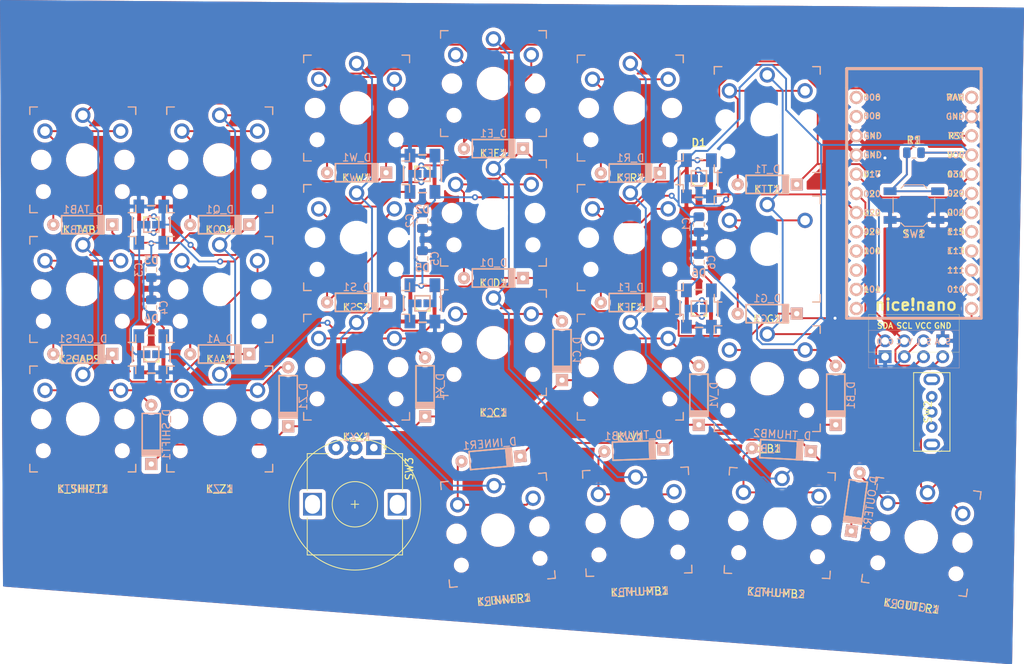
<source format=kicad_pcb>
(kicad_pcb (version 20171130) (host pcbnew "(5.1.6)-1")
  (layers (0 F.Cu signal) (31 B.Cu signal) (34 B.Paste user hide) (35 F.Paste user hide) (36 B.SilkS user hide) (37 F.SilkS user) (38 B.Mask user hide) (39 F.Mask user hide) (44 Edge.Cuts user hide))
  (net 0 "")
  (net 1 row1)
  (net 2 "Net-(D_A1-Pad2)")
  (net 3 "Net-(D_B1-Pad2)")
  (net 4 row2)
  (net 5 "Net-(D_C1-Pad2)")
  (net 6 "Net-(D_CAPS1-Pad2)")
  (net 7 "Net-(D_D1-Pad2)")
  (net 8 "Net-(D_E1-Pad2)")
  (net 9 row0)
  (net 10 "Net-(D_F1-Pad2)")
  (net 11 "Net-(D_G1-Pad2)")
  (net 12 row3)
  (net 13 "Net-(D_INNER1-Pad2)")
  (net 14 "Net-(D_OUTER1-Pad2)")
  (net 15 "Net-(D_Q1-Pad2)")
  (net 16 "Net-(D_R1-Pad2)")
  (net 17 "Net-(D_S1-Pad2)")
  (net 18 "Net-(D_SHIFT1-Pad2)")
  (net 19 "Net-(D_T1-Pad2)")
  (net 20 "Net-(D_TAB1-Pad2)")
  (net 21 "Net-(D_THUMB1-Pad2)")
  (net 22 "Net-(D_THUMB2-Pad2)")
  (net 23 "Net-(D_V1-Pad2)")
  (net 24 "Net-(D_W1-Pad2)")
  (net 25 "Net-(D_X1-Pad2)")
  (net 26 "Net-(D_Z1-Pad2)")
  (net 27 col1)
  (net 28 col5)
  (net 29 col3)
  (net 30 col0)
  (net 31 col4)
  (net 32 col2)
  (net 33 VCC)
  (net 34 "Net-(R1-Pad2)")
  (net 35 GND)
  (net 36 "Net-(D1-Pad2)")
  (net 37 "Net-(D2-Pad2)")
  (net 38 "Net-(D3-Pad2)")
  (net 39 "Net-(D4-Pad2)")
  (net 40 "Net-(D5-Pad2)")
  (net 41 "Net-(D6-Pad2)")
  (net 42 "Net-(SW2-Pad1)")
  (net 43 "Net-(U1-Pad10)")
  (net 44 "Net-(U1-Pad9)")
  (net 45 "Net-(U1-Pad8)")
  (net 46 "Net-(SW2-Pad3)")
  (net 47 SDA)
  (net 48 SCL)
  (net 49 battery)
  (net 50 encB)
  (net 51 encA)
  (net 52 led)
  (module Button_Switch_SMD:SW_SPST_TL3342 (layer B.Cu) (at 133.63 40)
    (fp_text reference SW1 (at 0 3.75 180) (layer B.SilkS) (effects (justify mirror)))
    (fp_text value SW_Push)
    (fp_text user SW1 (at 0 3.75 180) (layer F.SilkS))
    (pad 1 smd rect (at -3.15 1.9) (size 1.7 1) (layers B.Cu B.Paste B.Mask) (net 35 GND))
    (pad 1 smd rect (at 3.15 1.9) (size 1.7 1) (layers B.Cu B.Paste B.Mask) (net 35 GND))
    (pad 2 smd rect (at -3.15 -1.9) (size 1.7 1) (layers B.Cu B.Paste B.Mask) (net 34 "Net-(R1-Pad2)"))
    (pad 2 smd rect (at 3.15 -1.9) (size 1.7 1) (layers B.Cu B.Paste B.Mask) (net 34 "Net-(R1-Pad2)"))
    (pad 1 smd rect (at 3.15 1.9) (size 1.7 1) (layers F.Cu F.Paste F.Mask) (net 35 GND))
    (pad 2 smd rect (at -3.15 -1.9) (size 1.7 1) (layers F.Cu F.Paste F.Mask) (net 34 "Net-(R1-Pad2)"))
    (pad 2 smd rect (at 3.15 -1.9) (size 1.7 1) (layers F.Cu F.Paste F.Mask) (net 34 "Net-(R1-Pad2)"))
    (pad 1 smd rect (at -3.15 1.9) (size 1.7 1) (layers F.Cu F.Paste F.Mask) (net 35 GND))
  )
  (module keyboard_parts:D_axial_reversible (layer B.Cu) (at 78.04125 49.58 180)
    (fp_text reference D_D1 (at 0 2 180) (layer B.SilkS) (effects (justify mirror)))
    (fp_text value D)
    (pad 1 thru_hole rect (at -3.9 0 180) (size 1.6 1.6) (drill 0.7) (layers *.Cu *.Mask B.SilkS) (net 1 row1))
    (pad 2 thru_hole circle (at 3.9 0 180) (size 1.6 1.6) (drill 0.7) (layers *.Cu *.Mask B.SilkS) (net 7 "Net-(D_D1-Pad2)"))
  )
  (module keyboard_parts:D_axial_reversible (layer B.Cu) (at 41.84625 59.64 180)
    (fp_text reference D_A1 (at 0 2 180) (layer B.SilkS) (effects (justify mirror)))
    (fp_text value D)
    (pad 1 thru_hole rect (at -3.9 0 180) (size 1.6 1.6) (drill 0.7) (layers *.Cu *.Mask B.SilkS) (net 1 row1))
    (pad 2 thru_hole circle (at 3.9 0 180) (size 1.6 1.6) (drill 0.7) (layers *.Cu *.Mask B.SilkS) (net 2 "Net-(D_A1-Pad2)"))
  )
  (module keyboard_parts:D_axial_reversible (layer B.Cu) (at 123.3 65.1 90)
    (fp_text reference D_B1 (at 0 2 270) (layer B.SilkS) (effects (justify mirror)))
    (fp_text value D)
    (pad 1 thru_hole rect (at -3.9 0 90) (size 1.6 1.6) (drill 0.7) (layers *.Cu *.Mask B.SilkS) (net 4 row2))
    (pad 2 thru_hole circle (at 3.9 0 90) (size 1.6 1.6) (drill 0.7) (layers *.Cu *.Mask B.SilkS) (net 3 "Net-(D_B1-Pad2)"))
  )
  (module keyboard_parts:D_axial_reversible (layer B.Cu) (at 87.1 59.2 90)
    (fp_text reference D_C1 (at 0 2 270) (layer B.SilkS) (effects (justify mirror)))
    (fp_text value D)
    (pad 1 thru_hole rect (at -3.9 0 90) (size 1.6 1.6) (drill 0.7) (layers *.Cu *.Mask B.SilkS) (net 4 row2))
    (pad 2 thru_hole circle (at 3.9 0 90) (size 1.6 1.6) (drill 0.7) (layers *.Cu *.Mask B.SilkS) (net 5 "Net-(D_C1-Pad2)"))
  )
  (module keyboard_parts:D_axial_reversible (layer B.Cu) (at 23.74875 59.64 180)
    (fp_text reference D_CAPS1 (at 0 2 180) (layer B.SilkS) (effects (justify mirror)))
    (fp_text value D)
    (pad 1 thru_hole rect (at -3.9 0 180) (size 1.6 1.6) (drill 0.7) (layers *.Cu *.Mask B.SilkS) (net 1 row1))
    (pad 2 thru_hole circle (at 3.9 0 180) (size 1.6 1.6) (drill 0.7) (layers *.Cu *.Mask B.SilkS) (net 6 "Net-(D_CAPS1-Pad2)"))
  )
  (module keyboard_parts:D_axial_reversible (layer B.Cu) (at 78.04125 32.46 180)
    (fp_text reference D_E1 (at 0 2 180) (layer B.SilkS) (effects (justify mirror)))
    (fp_text value D)
    (pad 1 thru_hole rect (at -3.9 0 180) (size 1.6 1.6) (drill 0.7) (layers *.Cu *.Mask B.SilkS) (net 9 row0))
    (pad 2 thru_hole circle (at 3.9 0 180) (size 1.6 1.6) (drill 0.7) (layers *.Cu *.Mask B.SilkS) (net 8 "Net-(D_E1-Pad2)"))
  )
  (module keyboard_parts:D_axial_reversible (layer B.Cu) (at 96.13875 52.83 180)
    (fp_text reference D_F1 (at 0 2 180) (layer B.SilkS) (effects (justify mirror)))
    (fp_text value D)
    (pad 1 thru_hole rect (at -3.9 0 180) (size 1.6 1.6) (drill 0.7) (layers *.Cu *.Mask B.SilkS) (net 1 row1))
    (pad 2 thru_hole circle (at 3.9 0 180) (size 1.6 1.6) (drill 0.7) (layers *.Cu *.Mask B.SilkS) (net 10 "Net-(D_F1-Pad2)"))
  )
  (module keyboard_parts:D_axial_reversible (layer B.Cu) (at 114.23625 54.3 180)
    (fp_text reference D_G1 (at 0 2 180) (layer B.SilkS) (effects (justify mirror)))
    (fp_text value D)
    (pad 1 thru_hole rect (at -3.9 0 180) (size 1.6 1.6) (drill 0.7) (layers *.Cu *.Mask B.SilkS) (net 1 row1))
    (pad 2 thru_hole circle (at 3.9 0 180) (size 1.6 1.6) (drill 0.7) (layers *.Cu *.Mask B.SilkS) (net 11 "Net-(D_G1-Pad2)"))
  )
  (module keyboard_parts:D_axial_reversible (layer B.Cu) (at 77.7 73.5 185)
    (fp_text reference D_INNER1 (at 0 2 185) (layer B.SilkS) (effects (justify mirror)))
    (fp_text value D)
    (pad 1 thru_hole rect (at -3.9 0 185) (size 1.6 1.6) (drill 0.7) (layers *.Cu *.Mask B.SilkS) (net 12 row3))
    (pad 2 thru_hole circle (at 3.9 0 185) (size 1.6 1.6) (drill 0.7) (layers *.Cu *.Mask B.SilkS) (net 13 "Net-(D_INNER1-Pad2)"))
  )
  (module keyboard_parts:D_axial_reversible (layer B.Cu) (at 125.9 79.2 82)
    (fp_text reference D_OUTER1 (at 0 2 82) (layer B.SilkS) (effects (justify mirror)))
    (fp_text value D)
    (pad 1 thru_hole rect (at -3.9 0 82) (size 1.6 1.6) (drill 0.7) (layers *.Cu *.Mask B.SilkS) (net 12 row3))
    (pad 2 thru_hole circle (at 3.9 0 82) (size 1.6 1.6) (drill 0.7) (layers *.Cu *.Mask B.SilkS) (net 14 "Net-(D_OUTER1-Pad2)"))
  )
  (module keyboard_parts:D_axial_reversible (layer B.Cu) (at 41.84625 42.53 180)
    (fp_text reference D_Q1 (at 0 2 180) (layer B.SilkS) (effects (justify mirror)))
    (fp_text value D)
    (pad 1 thru_hole rect (at -3.9 0 180) (size 1.6 1.6) (drill 0.7) (layers *.Cu *.Mask B.SilkS) (net 9 row0))
    (pad 2 thru_hole circle (at 3.9 0 180) (size 1.6 1.6) (drill 0.7) (layers *.Cu *.Mask B.SilkS) (net 15 "Net-(D_Q1-Pad2)"))
  )
  (module keyboard_parts:D_axial_reversible (layer B.Cu) (at 96.13875 35.7 180)
    (fp_text reference D_R1 (at 0 2 180) (layer B.SilkS) (effects (justify mirror)))
    (fp_text value D)
    (pad 1 thru_hole rect (at -3.9 0 180) (size 1.6 1.6) (drill 0.7) (layers *.Cu *.Mask B.SilkS) (net 9 row0))
    (pad 2 thru_hole circle (at 3.9 0 180) (size 1.6 1.6) (drill 0.7) (layers *.Cu *.Mask B.SilkS) (net 16 "Net-(D_R1-Pad2)"))
  )
  (module keyboard_parts:D_axial_reversible (layer B.Cu) (at 59.94375 52.8 180)
    (fp_text reference D_S1 (at 0 2 180) (layer B.SilkS) (effects (justify mirror)))
    (fp_text value D)
    (pad 1 thru_hole rect (at -3.9 0 180) (size 1.6 1.6) (drill 0.7) (layers *.Cu *.Mask B.SilkS) (net 1 row1))
    (pad 2 thru_hole circle (at 3.9 0 180) (size 1.6 1.6) (drill 0.7) (layers *.Cu *.Mask B.SilkS) (net 17 "Net-(D_S1-Pad2)"))
  )
  (module keyboard_parts:D_axial_reversible (layer B.Cu) (at 32.8 70.3 90)
    (fp_text reference D_SHIFT1 (at 0 2 270) (layer B.SilkS) (effects (justify mirror)))
    (fp_text value D)
    (pad 1 thru_hole rect (at -3.9 0 90) (size 1.6 1.6) (drill 0.7) (layers *.Cu *.Mask B.SilkS) (net 4 row2))
    (pad 2 thru_hole circle (at 3.9 0 90) (size 1.6 1.6) (drill 0.7) (layers *.Cu *.Mask B.SilkS) (net 18 "Net-(D_SHIFT1-Pad2)"))
  )
  (module keyboard_parts:D_axial_reversible (layer B.Cu) (at 114.23625 37.2 180)
    (fp_text reference D_T1 (at 0 2 180) (layer B.SilkS) (effects (justify mirror)))
    (fp_text value D)
    (pad 1 thru_hole rect (at -3.9 0 180) (size 1.6 1.6) (drill 0.7) (layers *.Cu *.Mask B.SilkS) (net 9 row0))
    (pad 2 thru_hole circle (at 3.9 0 180) (size 1.6 1.6) (drill 0.7) (layers *.Cu *.Mask B.SilkS) (net 19 "Net-(D_T1-Pad2)"))
  )
  (module keyboard_parts:D_axial_reversible (layer B.Cu) (at 23.74875 42.53 180)
    (fp_text reference D_TAB1 (at 0 2 180) (layer B.SilkS) (effects (justify mirror)))
    (fp_text value D)
    (pad 1 thru_hole rect (at -3.9 0 180) (size 1.6 1.6) (drill 0.7) (layers *.Cu *.Mask B.SilkS) (net 9 row0))
    (pad 2 thru_hole circle (at 3.9 0 180) (size 1.6 1.6) (drill 0.7) (layers *.Cu *.Mask B.SilkS) (net 20 "Net-(D_TAB1-Pad2)"))
  )
  (module keyboard_parts:D_axial_reversible (layer B.Cu) (at 96.6 72.4 182)
    (fp_text reference D_THUMB1 (at 0 2 2) (layer B.SilkS) (effects (justify mirror)))
    (fp_text value D)
    (pad 2 thru_hole circle (at 3.9 0 182) (size 1.6 1.6) (drill 0.7) (layers *.Cu *.Mask B.SilkS) (net 21 "Net-(D_THUMB1-Pad2)"))
    (pad 1 thru_hole rect (at -3.9 0 182) (size 1.6 1.6) (drill 0.7) (layers *.Cu *.Mask B.SilkS) (net 12 row3))
  )
  (module keyboard_parts:D_axial_reversible (layer B.Cu) (at 116.1 72.3 177)
    (fp_text reference D_THUMB2 (at 0 2 357) (layer B.SilkS) (effects (justify mirror)))
    (fp_text value D)
    (pad 1 thru_hole rect (at -3.9 0 177) (size 1.6 1.6) (drill 0.7) (layers *.Cu *.Mask B.SilkS) (net 12 row3))
    (pad 2 thru_hole circle (at 3.9 0 177) (size 1.6 1.6) (drill 0.7) (layers *.Cu *.Mask B.SilkS) (net 22 "Net-(D_THUMB2-Pad2)"))
  )
  (module keyboard_parts:D_axial_reversible (layer B.Cu) (at 105.2 65.1 90)
    (fp_text reference D_V1 (at 0 2 270) (layer B.SilkS) (effects (justify mirror)))
    (fp_text value D)
    (pad 1 thru_hole rect (at -3.9 0 90) (size 1.6 1.6) (drill 0.7) (layers *.Cu *.Mask B.SilkS) (net 4 row2))
    (pad 2 thru_hole circle (at 3.9 0 90) (size 1.6 1.6) (drill 0.7) (layers *.Cu *.Mask B.SilkS) (net 23 "Net-(D_V1-Pad2)"))
  )
  (module keyboard_parts:D_axial_reversible (layer B.Cu) (at 59.94375 35.65 180)
    (fp_text reference D_W1 (at 0 2 180) (layer B.SilkS) (effects (justify mirror)))
    (fp_text value D)
    (pad 1 thru_hole rect (at -3.9 0 180) (size 1.6 1.6) (drill 0.7) (layers *.Cu *.Mask B.SilkS) (net 9 row0))
    (pad 2 thru_hole circle (at 3.9 0 180) (size 1.6 1.6) (drill 0.7) (layers *.Cu *.Mask B.SilkS) (net 24 "Net-(D_W1-Pad2)"))
  )
  (module keyboard_parts:D_axial_reversible (layer B.Cu) (at 69 64 90)
    (fp_text reference D_X1 (at 0 2 270) (layer B.SilkS) (effects (justify mirror)))
    (fp_text value D)
    (pad 1 thru_hole rect (at -3.9 0 90) (size 1.6 1.6) (drill 0.7) (layers *.Cu *.Mask B.SilkS) (net 4 row2))
    (pad 2 thru_hole circle (at 3.9 0 90) (size 1.6 1.6) (drill 0.7) (layers *.Cu *.Mask B.SilkS) (net 25 "Net-(D_X1-Pad2)"))
  )
  (module keyboard_parts:D_axial_reversible (layer B.Cu) (at 50.9 65.3 90)
    (fp_text reference D_Z1 (at 0 2 270) (layer B.SilkS) (effects (justify mirror)))
    (fp_text value D)
    (pad 1 thru_hole rect (at -3.9 0 90) (size 1.6 1.6) (drill 0.7) (layers *.Cu *.Mask B.SilkS) (net 4 row2))
    (pad 2 thru_hole circle (at 3.9 0 90) (size 1.6 1.6) (drill 0.7) (layers *.Cu *.Mask B.SilkS) (net 26 "Net-(D_Z1-Pad2)"))
  )
  (module Resistors_SMD:R_0805_2012Metric (layer B.Cu) (at 133.63 33 180)
    (fp_text reference R1 (at 0 1.65) (layer B.SilkS) (effects (justify mirror)))
    (fp_text value 10k)
    (fp_text user R1 (at 0 1.65) (layer F.SilkS))
    (pad 1 smd roundrect (at -0.9375 0 180) (size 0.975 1.4) (layers B.Cu B.Paste B.Mask) (net 33 VCC))
    (pad 2 smd roundrect (at 0.9375 0 180) (size 0.975 1.4) (layers B.Cu B.Paste B.Mask) (net 34 "Net-(R1-Pad2)"))
    (pad 2 smd roundrect (at 0.9375 0 180) (size 0.975 1.4) (layers F.Cu B.Paste B.Mask) (net 34 "Net-(R1-Pad2)"))
    (pad 1 smd roundrect (at -0.9375 0 180) (size 0.975 1.4) (layers F.Cu B.Paste B.Mask) (net 33 VCC))
  )
  (module WS2812B:WS2812B_data-bridgeable_Reversible (layer F.Cu) (at 105.2 36.39)
    (fp_text reference D1 (at 0 -4.7) (layer F.SilkS) (effects (font (thickness 0.2))))
    (fp_text value WS2812B hide)
    (pad 2 smd rect (at 1.6 -0.3) (size 0.5 1.6) (layers B.Cu) (net 36 "Net-(D1-Pad2)"))
    (pad 2 smd rect (at 1.6 -1) (size 0.5 3) (layers B.Cu) (net 36 "Net-(D1-Pad2)"))
    (pad 2 smd rect (at 1 0) (size 1.7 1) (layers B.Cu) (net 36 "Net-(D1-Pad2)"))
    (pad 4 smd rect (at -1 0) (size 1.7 1) (layers B.Cu) (net 52 led))
    (pad 4 smd rect (at -1.6 1) (size 0.5 3) (layers B.Cu) (net 52 led))
    (pad 4 smd rect (at -1.6 0.3) (size 0.5 1.6) (layers B.Cu) (net 52 led))
    (pad 2 smd rect (at 0.4 0) (size 0.5 1) (layers B.Cu F.Mask) (net 36 "Net-(D1-Pad2)"))
    (pad 1 smd rect (at -1.65 -2.4) (size 1.4 1.8) (layers B.Cu F.Paste F.Mask) (net 33 VCC))
    (pad 2 smd rect (at 1.65 -2.4) (size 1.4 1.8) (layers B.Cu F.Paste F.Mask) (net 36 "Net-(D1-Pad2)"))
    (pad 4 smd rect (at -1.65 2.4) (size 1.4 1.8) (layers B.Cu F.Paste F.Mask) (net 52 led))
    (pad 3 smd rect (at 1.65 2.4) (size 1.4 1.8) (layers B.Cu F.Paste F.Mask) (net 35 GND))
    (pad 4 smd rect (at -0.4 0) (size 0.5 1) (layers B.Cu F.Mask) (net 52 led))
    (pad 3 smd rect (at -1.65 2.4) (size 1.4 1.8) (layers F.Cu F.Paste F.Mask) (net 35 GND))
    (pad 1 smd rect (at 1.65 -2.4) (size 1.4 1.8) (layers F.Cu F.Paste F.Mask) (net 33 VCC))
    (pad 2 smd rect (at -1.65 -2.4) (size 1.4 1.8) (layers F.Cu F.Paste F.Mask) (net 36 "Net-(D1-Pad2)"))
    (pad 2 smd rect (at -0.4 0) (size 0.5 1) (layers F.Cu F.Mask) (net 36 "Net-(D1-Pad2)"))
    (pad 4 smd rect (at 0.4 0) (size 0.5 1) (layers F.Cu F.Mask) (net 52 led))
    (pad 2 smd rect (at -1.6 -0.3) (size 0.5 1.6) (layers F.Cu) (net 36 "Net-(D1-Pad2)"))
    (pad 4 smd rect (at 1.65 2.4) (size 1.4 1.8) (layers F.Cu F.Paste F.Mask) (net 52 led))
    (pad 4 smd rect (at 1.6 1) (size 0.5 3) (layers F.Cu) (net 52 led))
    (pad 2 smd rect (at -1.6 -1) (size 0.5 3) (layers F.Cu) (net 36 "Net-(D1-Pad2)"))
    (pad 4 smd rect (at 1.6 0.3) (size 0.5 1.6) (layers F.Cu) (net 52 led))
    (pad 2 smd rect (at -1 0) (size 1.7 1) (layers F.Cu) (net 36 "Net-(D1-Pad2)"))
    (pad 4 smd rect (at 1 0) (size 1.7 1) (layers F.Cu) (net 52 led))
  )
  (module WS2812B:WS2812B_data-bridgeable_Reversible (layer B.Cu) (at 68.65 35.79)
    (fp_text reference D2 (at 0 4.7) (layer B.SilkS) (effects (font (thickness 0.2)) (justify mirror)))
    (fp_text value WS2812B hide)
    (pad 2 smd rect (at 1.6 0.3) (size 0.5 1.6) (layers F.Cu) (net 37 "Net-(D2-Pad2)"))
    (pad 2 smd rect (at 1.6 1) (size 0.5 3) (layers F.Cu) (net 37 "Net-(D2-Pad2)"))
    (pad 2 smd rect (at 1 0) (size 1.7 1) (layers F.Cu) (net 37 "Net-(D2-Pad2)"))
    (pad 4 smd rect (at -1 0) (size 1.7 1) (layers F.Cu) (net 36 "Net-(D1-Pad2)"))
    (pad 4 smd rect (at -1.6 -1) (size 0.5 3) (layers F.Cu) (net 36 "Net-(D1-Pad2)"))
    (pad 4 smd rect (at -1.6 -0.3) (size 0.5 1.6) (layers F.Cu) (net 36 "Net-(D1-Pad2)"))
    (pad 2 smd rect (at 0.4 0) (size 0.5 1) (layers F.Cu B.Mask) (net 37 "Net-(D2-Pad2)"))
    (pad 1 smd rect (at -1.65 2.4) (size 1.4 1.8) (layers F.Cu B.Paste B.Mask) (net 33 VCC))
    (pad 2 smd rect (at 1.65 2.4) (size 1.4 1.8) (layers F.Cu B.Paste B.Mask) (net 37 "Net-(D2-Pad2)"))
    (pad 4 smd rect (at -1.65 -2.4) (size 1.4 1.8) (layers F.Cu B.Paste B.Mask) (net 36 "Net-(D1-Pad2)"))
    (pad 3 smd rect (at 1.65 -2.4) (size 1.4 1.8) (layers F.Cu B.Paste B.Mask) (net 35 GND))
    (pad 4 smd rect (at -0.4 0) (size 0.5 1) (layers F.Cu B.Mask) (net 36 "Net-(D1-Pad2)"))
    (pad 3 smd rect (at -1.65 -2.4) (size 1.4 1.8) (layers B.Cu B.Paste B.Mask) (net 35 GND))
    (pad 1 smd rect (at 1.65 2.4) (size 1.4 1.8) (layers B.Cu B.Paste B.Mask) (net 33 VCC))
    (pad 2 smd rect (at -1.65 2.4) (size 1.4 1.8) (layers B.Cu B.Paste B.Mask) (net 37 "Net-(D2-Pad2)"))
    (pad 2 smd rect (at -0.4 0) (size 0.5 1) (layers B.Cu B.Mask) (net 37 "Net-(D2-Pad2)"))
    (pad 4 smd rect (at 0.4 0) (size 0.5 1) (layers B.Cu B.Mask) (net 36 "Net-(D1-Pad2)"))
    (pad 2 smd rect (at -1.6 0.3) (size 0.5 1.6) (layers B.Cu) (net 37 "Net-(D2-Pad2)"))
    (pad 4 smd rect (at 1.65 -2.4) (size 1.4 1.8) (layers B.Cu B.Paste B.Mask) (net 36 "Net-(D1-Pad2)"))
    (pad 4 smd rect (at 1.6 -1) (size 0.5 3) (layers B.Cu) (net 36 "Net-(D1-Pad2)"))
    (pad 2 smd rect (at -1.6 1) (size 0.5 3) (layers B.Cu) (net 37 "Net-(D2-Pad2)"))
    (pad 4 smd rect (at 1.6 -0.3) (size 0.5 1.6) (layers B.Cu) (net 36 "Net-(D1-Pad2)"))
    (pad 2 smd rect (at -1 0) (size 1.7 1) (layers B.Cu) (net 37 "Net-(D2-Pad2)"))
    (pad 4 smd rect (at 1 0) (size 1.7 1) (layers B.Cu) (net 36 "Net-(D1-Pad2)"))
  )
  (module WS2812B:WS2812B_data-bridgeable_Reversible (layer B.Cu) (at 32.8 42.52)
    (fp_text reference D3 (at 0 4.7) (layer B.SilkS) (effects (font (thickness 0.2)) (justify mirror)))
    (fp_text value WS2812B hide)
    (pad 2 smd rect (at 1.6 0.3) (size 0.5 1.6) (layers F.Cu) (net 38 "Net-(D3-Pad2)"))
    (pad 2 smd rect (at 1.6 1) (size 0.5 3) (layers F.Cu) (net 38 "Net-(D3-Pad2)"))
    (pad 2 smd rect (at 1 0) (size 1.7 1) (layers F.Cu) (net 38 "Net-(D3-Pad2)"))
    (pad 4 smd rect (at -1 0) (size 1.7 1) (layers F.Cu) (net 37 "Net-(D2-Pad2)"))
    (pad 4 smd rect (at -1.6 -1) (size 0.5 3) (layers F.Cu) (net 37 "Net-(D2-Pad2)"))
    (pad 4 smd rect (at -1.6 -0.3) (size 0.5 1.6) (layers F.Cu) (net 37 "Net-(D2-Pad2)"))
    (pad 2 smd rect (at 0.4 0) (size 0.5 1) (layers F.Cu B.Mask) (net 38 "Net-(D3-Pad2)"))
    (pad 1 smd rect (at -1.65 2.4) (size 1.4 1.8) (layers F.Cu B.Paste B.Mask) (net 33 VCC))
    (pad 2 smd rect (at 1.65 2.4) (size 1.4 1.8) (layers F.Cu B.Paste B.Mask) (net 38 "Net-(D3-Pad2)"))
    (pad 4 smd rect (at -1.65 -2.4) (size 1.4 1.8) (layers F.Cu B.Paste B.Mask) (net 37 "Net-(D2-Pad2)"))
    (pad 3 smd rect (at 1.65 -2.4) (size 1.4 1.8) (layers F.Cu B.Paste B.Mask) (net 35 GND))
    (pad 4 smd rect (at -0.4 0) (size 0.5 1) (layers F.Cu B.Mask) (net 37 "Net-(D2-Pad2)"))
    (pad 3 smd rect (at -1.65 -2.4) (size 1.4 1.8) (layers B.Cu B.Paste B.Mask) (net 35 GND))
    (pad 1 smd rect (at 1.65 2.4) (size 1.4 1.8) (layers B.Cu B.Paste B.Mask) (net 33 VCC))
    (pad 2 smd rect (at -1.65 2.4) (size 1.4 1.8) (layers B.Cu B.Paste B.Mask) (net 38 "Net-(D3-Pad2)"))
    (pad 2 smd rect (at -0.4 0) (size 0.5 1) (layers B.Cu B.Mask) (net 38 "Net-(D3-Pad2)"))
    (pad 4 smd rect (at 0.4 0) (size 0.5 1) (layers B.Cu B.Mask) (net 37 "Net-(D2-Pad2)"))
    (pad 2 smd rect (at -1.6 0.3) (size 0.5 1.6) (layers B.Cu) (net 38 "Net-(D3-Pad2)"))
    (pad 4 smd rect (at 1.65 -2.4) (size 1.4 1.8) (layers B.Cu B.Paste B.Mask) (net 37 "Net-(D2-Pad2)"))
    (pad 4 smd rect (at 1.6 -1) (size 0.5 3) (layers B.Cu) (net 37 "Net-(D2-Pad2)"))
    (pad 2 smd rect (at -1.6 1) (size 0.5 3) (layers B.Cu) (net 38 "Net-(D3-Pad2)"))
    (pad 4 smd rect (at 1.6 -0.3) (size 0.5 1.6) (layers B.Cu) (net 37 "Net-(D2-Pad2)"))
    (pad 2 smd rect (at -1 0) (size 1.7 1) (layers B.Cu) (net 38 "Net-(D3-Pad2)"))
    (pad 4 smd rect (at 1 0) (size 1.7 1) (layers B.Cu) (net 37 "Net-(D2-Pad2)"))
  )
  (module WS2812B:WS2812B_data-bridgeable_Reversible (layer B.Cu) (at 32.8 59.67 180)
    (fp_text reference D4 (at 0 4.7) (layer B.SilkS) (effects (font (thickness 0.2)) (justify mirror)))
    (fp_text value WS2812B hide)
    (pad 2 smd rect (at 1.6 0.3 180) (size 0.5 1.6) (layers F.Cu) (net 39 "Net-(D4-Pad2)"))
    (pad 2 smd rect (at 1.6 1 180) (size 0.5 3) (layers F.Cu) (net 39 "Net-(D4-Pad2)"))
    (pad 2 smd rect (at 1 0 180) (size 1.7 1) (layers F.Cu) (net 39 "Net-(D4-Pad2)"))
    (pad 4 smd rect (at -1 0 180) (size 1.7 1) (layers F.Cu) (net 38 "Net-(D3-Pad2)"))
    (pad 4 smd rect (at -1.6 -1 180) (size 0.5 3) (layers F.Cu) (net 38 "Net-(D3-Pad2)"))
    (pad 4 smd rect (at -1.6 -0.3 180) (size 0.5 1.6) (layers F.Cu) (net 38 "Net-(D3-Pad2)"))
    (pad 2 smd rect (at 0.4 0 180) (size 0.5 1) (layers F.Cu B.Mask) (net 39 "Net-(D4-Pad2)"))
    (pad 1 smd rect (at -1.65 2.4 180) (size 1.4 1.8) (layers F.Cu B.Paste B.Mask) (net 33 VCC))
    (pad 2 smd rect (at 1.65 2.4 180) (size 1.4 1.8) (layers F.Cu B.Paste B.Mask) (net 39 "Net-(D4-Pad2)"))
    (pad 4 smd rect (at -1.65 -2.4 180) (size 1.4 1.8) (layers F.Cu B.Paste B.Mask) (net 38 "Net-(D3-Pad2)"))
    (pad 3 smd rect (at 1.65 -2.4 180) (size 1.4 1.8) (layers F.Cu B.Paste B.Mask) (net 35 GND))
    (pad 4 smd rect (at -0.4 0 180) (size 0.5 1) (layers F.Cu B.Mask) (net 38 "Net-(D3-Pad2)"))
    (pad 3 smd rect (at -1.65 -2.4 180) (size 1.4 1.8) (layers B.Cu B.Paste B.Mask) (net 35 GND))
    (pad 1 smd rect (at 1.65 2.4 180) (size 1.4 1.8) (layers B.Cu B.Paste B.Mask) (net 33 VCC))
    (pad 2 smd rect (at -1.65 2.4 180) (size 1.4 1.8) (layers B.Cu B.Paste B.Mask) (net 39 "Net-(D4-Pad2)"))
    (pad 2 smd rect (at -0.4 0 180) (size 0.5 1) (layers B.Cu B.Mask) (net 39 "Net-(D4-Pad2)"))
    (pad 4 smd rect (at 0.4 0 180) (size 0.5 1) (layers B.Cu B.Mask) (net 38 "Net-(D3-Pad2)"))
    (pad 2 smd rect (at -1.6 0.3 180) (size 0.5 1.6) (layers B.Cu) (net 39 "Net-(D4-Pad2)"))
    (pad 4 smd rect (at 1.65 -2.4 180) (size 1.4 1.8) (layers B.Cu B.Paste B.Mask) (net 38 "Net-(D3-Pad2)"))
    (pad 4 smd rect (at 1.6 -1 180) (size 0.5 3) (layers B.Cu) (net 38 "Net-(D3-Pad2)"))
    (pad 2 smd rect (at -1.6 1 180) (size 0.5 3) (layers B.Cu) (net 39 "Net-(D4-Pad2)"))
    (pad 4 smd rect (at 1.6 -0.3 180) (size 0.5 1.6) (layers B.Cu) (net 38 "Net-(D3-Pad2)"))
    (pad 2 smd rect (at -1 0 180) (size 1.7 1) (layers B.Cu) (net 39 "Net-(D4-Pad2)"))
    (pad 4 smd rect (at 1 0 180) (size 1.7 1) (layers B.Cu) (net 38 "Net-(D3-Pad2)"))
  )
  (module WS2812B:WS2812B_data-bridgeable_Reversible (layer B.Cu) (at 68.65 52.94 180)
    (fp_text reference D5 (at 0 4.7) (layer B.SilkS) (effects (font (thickness 0.2)) (justify mirror)))
    (fp_text value WS2812B hide)
    (pad 2 smd rect (at 1.6 0.3 180) (size 0.5 1.6) (layers F.Cu) (net 40 "Net-(D5-Pad2)"))
    (pad 2 smd rect (at 1.6 1 180) (size 0.5 3) (layers F.Cu) (net 40 "Net-(D5-Pad2)"))
    (pad 2 smd rect (at 1 0 180) (size 1.7 1) (layers F.Cu) (net 40 "Net-(D5-Pad2)"))
    (pad 4 smd rect (at -1 0 180) (size 1.7 1) (layers F.Cu) (net 39 "Net-(D4-Pad2)"))
    (pad 4 smd rect (at -1.6 -1 180) (size 0.5 3) (layers F.Cu) (net 39 "Net-(D4-Pad2)"))
    (pad 4 smd rect (at -1.6 -0.3 180) (size 0.5 1.6) (layers F.Cu) (net 39 "Net-(D4-Pad2)"))
    (pad 2 smd rect (at 0.4 0 180) (size 0.5 1) (layers F.Cu B.Mask) (net 40 "Net-(D5-Pad2)"))
    (pad 1 smd rect (at -1.65 2.4 180) (size 1.4 1.8) (layers F.Cu B.Paste B.Mask) (net 33 VCC))
    (pad 2 smd rect (at 1.65 2.4 180) (size 1.4 1.8) (layers F.Cu B.Paste B.Mask) (net 40 "Net-(D5-Pad2)"))
    (pad 4 smd rect (at -1.65 -2.4 180) (size 1.4 1.8) (layers F.Cu B.Paste B.Mask) (net 39 "Net-(D4-Pad2)"))
    (pad 3 smd rect (at 1.65 -2.4 180) (size 1.4 1.8) (layers F.Cu B.Paste B.Mask) (net 35 GND))
    (pad 4 smd rect (at -0.4 0 180) (size 0.5 1) (layers F.Cu B.Mask) (net 39 "Net-(D4-Pad2)"))
    (pad 3 smd rect (at -1.65 -2.4 180) (size 1.4 1.8) (layers B.Cu B.Paste B.Mask) (net 35 GND))
    (pad 1 smd rect (at 1.65 2.4 180) (size 1.4 1.8) (layers B.Cu B.Paste B.Mask) (net 33 VCC))
    (pad 2 smd rect (at -1.65 2.4 180) (size 1.4 1.8) (layers B.Cu B.Paste B.Mask) (net 40 "Net-(D5-Pad2)"))
    (pad 2 smd rect (at -0.4 0 180) (size 0.5 1) (layers B.Cu B.Mask) (net 40 "Net-(D5-Pad2)"))
    (pad 4 smd rect (at 0.4 0 180) (size 0.5 1) (layers B.Cu B.Mask) (net 39 "Net-(D4-Pad2)"))
    (pad 2 smd rect (at -1.6 0.3 180) (size 0.5 1.6) (layers B.Cu) (net 40 "Net-(D5-Pad2)"))
    (pad 4 smd rect (at 1.65 -2.4 180) (size 1.4 1.8) (layers B.Cu B.Paste B.Mask) (net 39 "Net-(D4-Pad2)"))
    (pad 4 smd rect (at 1.6 -1 180) (size 0.5 3) (layers B.Cu) (net 39 "Net-(D4-Pad2)"))
    (pad 2 smd rect (at -1.6 1 180) (size 0.5 3) (layers B.Cu) (net 40 "Net-(D5-Pad2)"))
    (pad 4 smd rect (at 1.6 -0.3 180) (size 0.5 1.6) (layers B.Cu) (net 39 "Net-(D4-Pad2)"))
    (pad 2 smd rect (at -1 0 180) (size 1.7 1) (layers B.Cu) (net 40 "Net-(D5-Pad2)"))
    (pad 4 smd rect (at 1 0 180) (size 1.7 1) (layers B.Cu) (net 39 "Net-(D4-Pad2)"))
  )
  (module WS2812B:WS2812B_data-bridgeable_Reversible (layer B.Cu) (at 105.2 53.62 180)
    (fp_text reference D6 (at 0 4.7) (layer B.SilkS) (effects (font (thickness 0.2)) (justify mirror)))
    (fp_text value WS2812B hide)
    (pad 2 smd rect (at 1.6 0.3 180) (size 0.5 1.6) (layers F.Cu) (net 41 "Net-(D6-Pad2)"))
    (pad 2 smd rect (at 1.6 1 180) (size 0.5 3) (layers F.Cu) (net 41 "Net-(D6-Pad2)"))
    (pad 2 smd rect (at 1 0 180) (size 1.7 1) (layers F.Cu) (net 41 "Net-(D6-Pad2)"))
    (pad 4 smd rect (at -1 0 180) (size 1.7 1) (layers F.Cu) (net 40 "Net-(D5-Pad2)"))
    (pad 4 smd rect (at -1.6 -1 180) (size 0.5 3) (layers F.Cu) (net 40 "Net-(D5-Pad2)"))
    (pad 4 smd rect (at -1.6 -0.3 180) (size 0.5 1.6) (layers F.Cu) (net 40 "Net-(D5-Pad2)"))
    (pad 2 smd rect (at 0.4 0 180) (size 0.5 1) (layers F.Cu B.Mask) (net 41 "Net-(D6-Pad2)"))
    (pad 1 smd rect (at -1.65 2.4 180) (size 1.4 1.8) (layers F.Cu B.Paste B.Mask) (net 33 VCC))
    (pad 2 smd rect (at 1.65 2.4 180) (size 1.4 1.8) (layers F.Cu B.Paste B.Mask) (net 41 "Net-(D6-Pad2)"))
    (pad 4 smd rect (at -1.65 -2.4 180) (size 1.4 1.8) (layers F.Cu B.Paste B.Mask) (net 40 "Net-(D5-Pad2)"))
    (pad 3 smd rect (at 1.65 -2.4 180) (size 1.4 1.8) (layers F.Cu B.Paste B.Mask) (net 35 GND))
    (pad 4 smd rect (at -0.4 0 180) (size 0.5 1) (layers F.Cu B.Mask) (net 40 "Net-(D5-Pad2)"))
    (pad 3 smd rect (at -1.65 -2.4 180) (size 1.4 1.8) (layers B.Cu B.Paste B.Mask) (net 35 GND))
    (pad 1 smd rect (at 1.65 2.4 180) (size 1.4 1.8) (layers B.Cu B.Paste B.Mask) (net 33 VCC))
    (pad 2 smd rect (at -1.65 2.4 180) (size 1.4 1.8) (layers B.Cu B.Paste B.Mask) (net 41 "Net-(D6-Pad2)"))
    (pad 2 smd rect (at -0.4 0 180) (size 0.5 1) (layers B.Cu B.Mask) (net 41 "Net-(D6-Pad2)"))
    (pad 4 smd rect (at 0.4 0 180) (size 0.5 1) (layers B.Cu B.Mask) (net 40 "Net-(D5-Pad2)"))
    (pad 2 smd rect (at -1.6 0.3 180) (size 0.5 1.6) (layers B.Cu) (net 41 "Net-(D6-Pad2)"))
    (pad 4 smd rect (at 1.65 -2.4 180) (size 1.4 1.8) (layers B.Cu B.Paste B.Mask) (net 40 "Net-(D5-Pad2)"))
    (pad 4 smd rect (at 1.6 -1 180) (size 0.5 3) (layers B.Cu) (net 40 "Net-(D5-Pad2)"))
    (pad 2 smd rect (at -1.6 1 180) (size 0.5 3) (layers B.Cu) (net 41 "Net-(D6-Pad2)"))
    (pad 4 smd rect (at 1.6 -0.3 180) (size 0.5 1.6) (layers B.Cu) (net 40 "Net-(D5-Pad2)"))
    (pad 2 smd rect (at -1 0 180) (size 1.7 1) (layers B.Cu) (net 41 "Net-(D6-Pad2)"))
    (pad 4 smd rect (at 1 0 180) (size 1.7 1) (layers B.Cu) (net 40 "Net-(D5-Pad2)"))
  )
  (module Capacitor_SMD:C_0805_Reversible (layer B.Cu) (at 105.2 42.5 270)
    (fp_text reference C1 (at 0 1.65 90) (layer B.SilkS) (effects (justify mirror)))
    (fp_text value 0.1uF)
    (pad 2 smd roundrect (at 1.025 0 270) (size 1.15 1.4) (layers F.Cu B.Paste B.Mask) (roundrect_rratio 0.217) (net 35 GND))
    (pad 1 smd roundrect (at -1.025 0 270) (size 1.15 1.4) (layers F.Cu B.Paste B.Mask) (roundrect_rratio 0.217) (net 33 VCC))
    (pad 1 smd roundrect (at -1.025 0 270) (size 1.15 1.4) (layers B.Cu B.Paste B.Mask) (roundrect_rratio 0.217391) (net 33 VCC))
    (pad 2 smd roundrect (at 1.025 0 270) (size 1.15 1.4) (layers B.Cu B.Paste B.Mask) (roundrect_rratio 0.217391) (net 35 GND))
  )
  (module Capacitor_SMD:C_0805_Reversible (layer B.Cu) (at 68.65 42 270)
    (fp_text reference C2 (at 0 1.65 90) (layer B.SilkS) (effects (justify mirror)))
    (fp_text value 0.1uF)
    (pad 2 smd roundrect (at 1.025 0 270) (size 1.15 1.4) (layers F.Cu B.Paste B.Mask) (roundrect_rratio 0.217) (net 35 GND))
    (pad 1 smd roundrect (at -1.025 0 270) (size 1.15 1.4) (layers F.Cu B.Paste B.Mask) (roundrect_rratio 0.217) (net 33 VCC))
    (pad 1 smd roundrect (at -1.025 0 270) (size 1.15 1.4) (layers B.Cu B.Paste B.Mask) (roundrect_rratio 0.217391) (net 33 VCC))
    (pad 2 smd roundrect (at 1.025 0 270) (size 1.15 1.4) (layers B.Cu B.Paste B.Mask) (roundrect_rratio 0.217391) (net 35 GND))
  )
  (module Capacitor_SMD:C_0805_Reversible (layer B.Cu) (at 32.8 48.5 270)
    (fp_text reference C3 (at 0 1.65 90) (layer B.SilkS) (effects (justify mirror)))
    (fp_text value 0.1uF)
    (pad 2 smd roundrect (at 1.025 0 270) (size 1.15 1.4) (layers F.Cu B.Paste B.Mask) (roundrect_rratio 0.217) (net 35 GND))
    (pad 1 smd roundrect (at -1.025 0 270) (size 1.15 1.4) (layers F.Cu B.Paste B.Mask) (roundrect_rratio 0.217) (net 33 VCC))
    (pad 1 smd roundrect (at -1.025 0 270) (size 1.15 1.4) (layers B.Cu B.Paste B.Mask) (roundrect_rratio 0.217391) (net 33 VCC))
    (pad 2 smd roundrect (at 1.025 0 270) (size 1.15 1.4) (layers B.Cu B.Paste B.Mask) (roundrect_rratio 0.217391) (net 35 GND))
  )
  (module Capacitor_SMD:C_0805_Reversible (layer B.Cu) (at 32.8 53.5 90)
    (fp_text reference C4 (at 0 1.65 90) (layer B.SilkS) (effects (justify mirror)))
    (fp_text value 0.1uF)
    (pad 2 smd roundrect (at 1.025 0 90) (size 1.15 1.4) (layers F.Cu B.Paste B.Mask) (roundrect_rratio 0.217) (net 35 GND))
    (pad 1 smd roundrect (at -1.025 0 90) (size 1.15 1.4) (layers F.Cu B.Paste B.Mask) (roundrect_rratio 0.217) (net 33 VCC))
    (pad 1 smd roundrect (at -1.025 0 90) (size 1.15 1.4) (layers B.Cu B.Paste B.Mask) (roundrect_rratio 0.217391) (net 33 VCC))
    (pad 2 smd roundrect (at 1.025 0 90) (size 1.15 1.4) (layers B.Cu B.Paste B.Mask) (roundrect_rratio 0.217391) (net 35 GND))
  )
  (module Capacitor_SMD:C_0805_Reversible (layer B.Cu) (at 68.65 47 90)
    (fp_text reference C5 (at 0 1.65 90) (layer B.SilkS) (effects (justify mirror)))
    (fp_text value 0.1uF)
    (pad 2 smd roundrect (at 1.025 0 90) (size 1.15 1.4) (layers F.Cu B.Paste B.Mask) (roundrect_rratio 0.217) (net 35 GND))
    (pad 1 smd roundrect (at -1.025 0 90) (size 1.15 1.4) (layers F.Cu B.Paste B.Mask) (roundrect_rratio 0.217) (net 33 VCC))
    (pad 1 smd roundrect (at -1.025 0 90) (size 1.15 1.4) (layers B.Cu B.Paste B.Mask) (roundrect_rratio 0.217391) (net 33 VCC))
    (pad 2 smd roundrect (at 1.025 0 90) (size 1.15 1.4) (layers B.Cu B.Paste B.Mask) (roundrect_rratio 0.217391) (net 35 GND))
  )
  (module Capacitor_SMD:C_0805_Reversible (layer B.Cu) (at 105.2 47.5 90)
    (fp_text reference C6 (at 0 1.65 90) (layer B.SilkS) (effects (justify mirror)))
    (fp_text value 0.1uF)
    (pad 2 smd roundrect (at 1.025 0 90) (size 1.15 1.4) (layers F.Cu B.Paste B.Mask) (roundrect_rratio 0.217) (net 35 GND))
    (pad 1 smd roundrect (at -1.025 0 90) (size 1.15 1.4) (layers F.Cu B.Paste B.Mask) (roundrect_rratio 0.217) (net 33 VCC))
    (pad 1 smd roundrect (at -1.025 0 90) (size 1.15 1.4) (layers B.Cu B.Paste B.Mask) (roundrect_rratio 0.217391) (net 33 VCC))
    (pad 2 smd roundrect (at 1.025 0 90) (size 1.15 1.4) (layers B.Cu B.Paste B.Mask) (roundrect_rratio 0.217391) (net 35 GND))
  )
  (module KiCad-SSD1306-0.91-OLED-4pin-128x32:SSD1306-0.91-OLED-4pin-128x32 (layer B.Cu) (at 127.63 23.5 270)
    (fp_text reference L1)
    (fp_text value SSD1306_OLED_Display hide)
    (fp_text user GND (at 34.5 -2.19 180) (layer B.SilkS) (effects (font (size 0.75 0.75)) (justify mirror)))
    (fp_text user VCC (at 34.5 -4.73 180) (layer B.SilkS) (effects (font (size 0.75 0.75)) (justify mirror)))
    (fp_text user SCL (at 34.5 -7.27 180) (layer B.SilkS) (effects (font (size 0.75 0.75)) (justify mirror)))
    (fp_text user SDA (at 34.5 -9.81 180) (layer B.SilkS) (effects (font (size 0.75 0.75)) (justify mirror)))
    (pad 1 thru_hole rect (at 36.5 -2.19 270) (size 1.7 1.7) (drill 1) (layers *.Cu *.Mask) (net 35 GND))
    (pad 2 thru_hole oval (at 36.5 -4.73 270) (size 1.7 1.7) (drill 1) (layers *.Cu *.Mask) (net 33 VCC))
    (pad 3 thru_hole oval (at 36.5 -7.27 270) (size 1.7 1.7) (drill 1) (layers *.Cu *.Mask) (net 48 SCL))
    (pad 4 thru_hole oval (at 36.5 -9.81 270) (size 1.7 1.7) (drill 1) (layers *.Cu *.Mask) (net 47 SDA))
  )
  (module Button_Switch_THT:SK12D07VG3-Mini-SPDT-Slide-Switch-Right-Angle (layer F.Cu) (at 135.99 67.3 270)
    (fp_text reference SW2 (at 0 0.5 90) (layer F.SilkS))
    (fp_text value SW_SPDT)
    (pad 5 thru_hole oval (at -4.3 0 270) (size 1.524 2.2) (drill oval 0.762 1.5) (layers *.Cu *.Mask))
    (pad 4 thru_hole oval (at 4.3 0 270) (size 1.524 2.2) (drill oval 0.762 1.5) (layers *.Cu *.Mask))
    (pad 1 thru_hole circle (at -2 0 270) (size 1.524 1.524) (drill 0.762) (layers *.Cu *.Mask) (net 42 "Net-(SW2-Pad1)"))
    (pad 3 thru_hole circle (at 2 0 270) (size 1.524 1.524) (drill 0.762) (layers *.Cu *.Mask) (net 46 "Net-(SW2-Pad3)"))
    (pad 2 thru_hole circle (at 0 0 270) (size 1.524 1.524) (drill 0.762) (layers *.Cu *.Mask) (net 49 battery))
  )
  (module nice-nano-kicad:nice_nano (layer F.Cu) (at 133.63 39.66 270)
    (fp_text reference U1 hide)
    (fp_text value nice_nano hide)
    (fp_text user RST (at -8.89 -5.588) (layer B.SilkS) (effects (font (size 0.8 0.8)) (justify mirror)))
    (fp_text user 006 (at -13.97 5.53719) (layer F.SilkS) (effects (font (size 0.8 0.8))))
    (fp_text user 006 (at -13.97 5.53719) (layer B.SilkS) (effects (font (size 0.8 0.8)) (justify mirror)))
    (fp_text user 008 (at -11.5 5.53719) (layer F.SilkS) (effects (font (size 0.8 0.8))))
    (fp_text user 020 (at -1.2 5.53719) (layer F.SilkS) (effects (font (size 0.8 0.8))))
    (fp_text user 017 (at -3.8 5.53719) (layer F.SilkS) (effects (font (size 0.8 0.8))))
    (fp_text user GND (at -6.35 5.461) (layer F.SilkS) (effects (font (size 0.8 0.8))))
    (fp_text user GND (at -8.89 5.461) (layer F.SilkS) (effects (font (size 0.8 0.8))))
    (fp_text user 022 (at 1.3 5.53719) (layer F.SilkS) (effects (font (size 0.8 0.8))))
    (fp_text user 024 (at 3.81 5.53719) (layer F.SilkS) (effects (font (size 0.8 0.8))))
    (fp_text user 100 (at 6.35 5.53719) (layer F.SilkS) (effects (font (size 0.8 0.8))))
    (fp_text user 104 (at 11.43 5.53719) (layer F.SilkS) (effects (font (size 0.8 0.8))))
    (fp_text user 010 (at 11.43 -5.537191) (layer B.SilkS) (effects (font (size 0.8 0.8)) (justify mirror)))
    (fp_text user 111 (at 8.89 -5.537191) (layer F.SilkS) (effects (font (size 0.8 0.8))))
    (fp_text user 113 (at 6.35 -5.537191) (layer F.SilkS) (effects (font (size 0.8 0.8))))
    (fp_text user 115 (at 3.81 -5.537191) (layer B.SilkS) (effects (font (size 0.8 0.8)) (justify mirror)))
    (fp_text user 002 (at 1.27 -5.537191) (layer B.SilkS) (effects (font (size 0.8 0.8)) (justify mirror)))
    (fp_text user 029 (at -1.27 -5.537191) (layer B.SilkS) (effects (font (size 0.8 0.8)) (justify mirror)))
    (fp_text user 031 (at -3.81 -5.537191) (layer F.SilkS) (effects (font (size 0.8 0.8))))
    (fp_text user VCC (at -6.35 -5.537191) (layer F.SilkS) (effects (font (size 0.8 0.8))))
    (fp_text user RST (at -8.89 -5.588) (layer F.SilkS) (effects (font (size 0.8 0.8))))
    (fp_text user GND (at -11.43 -5.454667) (layer F.SilkS) (effects (font (size 0.8 0.8))))
    (fp_text user RAW (at -13.97 -5.473715) (layer F.SilkS) (effects (font (size 0.8 0.8))))
    (fp_text user RAW (at -13.97 -5.473715) (layer B.SilkS) (effects (font (size 0.8 0.8)) (justify mirror)))
    (fp_text user GND (at -11.43 -5.454667) (layer B.SilkS) (effects (font (size 0.8 0.8)) (justify mirror)))
    (fp_text user VCC (at -6.35 -5.537191) (layer B.SilkS) (effects (font (size 0.8 0.8)) (justify mirror)))
    (fp_text user 031 (at -3.81 -5.537191) (layer B.SilkS) (effects (font (size 0.8 0.8)) (justify mirror)))
    (fp_text user 029 (at -1.27 -5.537191) (layer F.SilkS) (effects (font (size 0.8 0.8))))
    (fp_text user 002 (at 1.27 -5.537191) (layer F.SilkS) (effects (font (size 0.8 0.8))))
    (fp_text user 115 (at 3.81 -5.537191) (layer F.SilkS) (effects (font (size 0.8 0.8))))
    (fp_text user 113 (at 6.35 -5.537191) (layer B.SilkS) (effects (font (size 0.8 0.8)) (justify mirror)))
    (fp_text user 111 (at 8.89 -5.537191) (layer B.SilkS) (effects (font (size 0.8 0.8)) (justify mirror)))
    (fp_text user 010 (at 11.43 -5.537191) (layer F.SilkS) (effects (font (size 0.8 0.8))))
    (fp_text user 104 (at 11.43 5.53719) (layer B.SilkS) (effects (font (size 0.8 0.8)) (justify mirror)))
    (fp_text user 100 (at 6.35 5.53719) (layer B.SilkS) (effects (font (size 0.8 0.8)) (justify mirror)))
    (fp_text user 024 (at 3.8 5.53719) (layer B.SilkS) (effects (font (size 0.8 0.8)) (justify mirror)))
    (fp_text user 022 (at 1.3 5.53719) (layer B.SilkS) (effects (font (size 0.8 0.8)) (justify mirror)))
    (fp_text user GND (at -8.89 5.461) (layer B.SilkS) (effects (font (size 0.8 0.8)) (justify mirror)))
    (fp_text user GND (at -6.35 5.461) (layer B.SilkS) (effects (font (size 0.8 0.8)) (justify mirror)))
    (fp_text user 017 (at -3.81 5.53719) (layer B.SilkS) (effects (font (size 0.8 0.8)) (justify mirror)))
    (fp_text user 020 (at -1.2 5.53719) (layer B.SilkS) (effects (font (size 0.8 0.8)) (justify mirror)))
    (fp_text user 008 (at -11.5 5.53719) (layer B.SilkS) (effects (font (size 0.8 0.8)) (justify mirror)))
    (fp_text user nice!nano (at 13.462 -0.254) (layer F.SilkS) (effects (font (size 1.5 1.5) (thickness 0.3))))
    (pad 24 thru_hole circle (at -13.97 -7.62 270) (size 1.7526 1.7526) (drill 1.0922) (layers *.Cu *.SilkS *.Mask) (net 42 "Net-(SW2-Pad1)"))
    (pad 12 thru_hole circle (at 13.97 7.62 270) (size 1.7526 1.7526) (drill 1.0922) (layers *.Cu *.SilkS *.Mask) (net 27 col1))
    (pad 23 thru_hole circle (at -11.43 -7.62 270) (size 1.7526 1.7526) (drill 1.0922) (layers *.Cu *.SilkS *.Mask) (net 35 GND))
    (pad 22 thru_hole circle (at -8.89 -7.62 270) (size 1.7526 1.7526) (drill 1.0922) (layers *.Cu *.SilkS *.Mask) (net 34 "Net-(R1-Pad2)"))
    (pad 21 thru_hole circle (at -6.35 -7.62 270) (size 1.7526 1.7526) (drill 1.0922) (layers *.Cu *.SilkS *.Mask) (net 33 VCC))
    (pad 20 thru_hole circle (at -3.81 -7.62 270) (size 1.7526 1.7526) (drill 1.0922) (layers *.Cu *.SilkS *.Mask) (net 9 row0))
    (pad 19 thru_hole circle (at -1.27 -7.62 270) (size 1.7526 1.7526) (drill 1.0922) (layers *.Cu *.SilkS *.Mask) (net 1 row1))
    (pad 18 thru_hole circle (at 1.27 -7.62 270) (size 1.7526 1.7526) (drill 1.0922) (layers *.Cu *.SilkS *.Mask) (net 4 row2))
    (pad 17 thru_hole circle (at 3.81 -7.62 270) (size 1.7526 1.7526) (drill 1.0922) (layers *.Cu *.SilkS *.Mask) (net 12 row3))
    (pad 16 thru_hole circle (at 6.35 -7.62 270) (size 1.7526 1.7526) (drill 1.0922) (layers *.Cu *.SilkS *.Mask) (net 32 col2))
    (pad 15 thru_hole circle (at 8.89 -7.62 270) (size 1.7526 1.7526) (drill 1.0922) (layers *.Cu *.SilkS *.Mask) (net 29 col3))
    (pad 14 thru_hole circle (at 11.43 -7.62 270) (size 1.7526 1.7526) (drill 1.0922) (layers *.Cu *.SilkS *.Mask) (net 31 col4))
    (pad 13 thru_hole circle (at 13.97 -7.62 270) (size 1.7526 1.7526) (drill 1.0922) (layers *.Cu *.SilkS *.Mask) (net 28 col5))
    (pad 11 thru_hole circle (at 11.43 7.62 270) (size 1.7526 1.7526) (drill 1.0922) (layers *.Cu *.SilkS *.Mask) (net 30 col0))
    (pad 10 thru_hole circle (at 8.89 7.62 270) (size 1.7526 1.7526) (drill 1.0922) (layers *.Cu *.SilkS *.Mask) (net 43 "Net-(U1-Pad10)"))
    (pad 9 thru_hole circle (at 6.35 7.62 270) (size 1.7526 1.7526) (drill 1.0922) (layers *.Cu *.SilkS *.Mask) (net 44 "Net-(U1-Pad9)"))
    (pad 8 thru_hole circle (at 3.81 7.62 270) (size 1.7526 1.7526) (drill 1.0922) (layers *.Cu *.SilkS *.Mask) (net 45 "Net-(U1-Pad8)"))
    (pad 7 thru_hole circle (at 1.27 7.62 270) (size 1.7526 1.7526) (drill 1.0922) (layers *.Cu *.SilkS *.Mask) (net 52 led))
    (pad 6 thru_hole circle (at -1.27 7.62 270) (size 1.7526 1.7526) (drill 1.0922) (layers *.Cu *.SilkS *.Mask) (net 47 SDA))
    (pad 5 thru_hole circle (at -3.81 7.62 270) (size 1.7526 1.7526) (drill 1.0922) (layers *.Cu *.SilkS *.Mask) (net 48 SCL))
    (pad 4 thru_hole circle (at -6.35 7.62 270) (size 1.7526 1.7526) (drill 1.0922) (layers *.Cu *.SilkS *.Mask) (net 35 GND))
    (pad 3 thru_hole circle (at -8.89 7.62 270) (size 1.7526 1.7526) (drill 1.0922) (layers *.Cu *.SilkS *.Mask) (net 35 GND))
    (pad 2 thru_hole circle (at -11.43 7.62 270) (size 1.7526 1.7526) (drill 1.0922) (layers *.Cu *.SilkS *.Mask) (net 50 encB))
    (pad 1 thru_hole circle (at -13.97 7.62 270) (size 1.7526 1.7526) (drill 1.0922) (layers *.Cu *.SilkS *.Mask) (net 51 encA))
  )
  (module Rotary_Encoder:RotaryEncoder_Alps_EC12E_Vertical_H20mm (layer F.Cu) (at 62.22 72.02 270)
    (fp_text reference SW3 (at 2.8 -4.7 90) (layer F.SilkS))
    (fp_text value Rotary_Encoder)
    (pad MP thru_hole rect (at 7.5 8.1 270) (size 3 2.5) (drill oval 2.5 2) (layers *.Cu *.Mask))
    (pad MP thru_hole rect (at 7.5 -3.1 270) (size 3 2.5) (drill oval 2.5 2) (layers *.Cu *.Mask))
    (pad B thru_hole circle (at 0 5 270) (size 2 2) (drill 1) (layers *.Cu *.Mask) (net 50 encB))
    (pad C thru_hole circle (at 0 2.5 270) (size 2 2) (drill 1) (layers *.Cu *.Mask) (net 35 GND))
    (pad A thru_hole rect (at 0 0 270) (size 2 2) (drill 1) (layers *.Cu *.Mask) (net 51 encA))
  )
  (module KiCad-SSD1306-0.91-OLED-4pin-128x32:SSD1306-0.91-OLED-4pin-128x32 (layer F.Cu) (at 139.63 21.4 270)
    (fp_text reference L1)
    (fp_text value SSD1306_OLED_Display hide)
    (fp_text user SDA (at 34.5 9.81 180) (layer F.SilkS) (effects (font (size 0.75 0.75))))
    (fp_text user SCL (at 34.5 7.27 180) (layer F.SilkS) (effects (font (size 0.75 0.75))))
    (fp_text user VCC (at 34.5 4.73 180) (layer F.SilkS) (effects (font (size 0.75 0.75))))
    (fp_text user GND (at 34.5 2.19 180) (layer F.SilkS) (effects (font (size 0.75 0.75))))
    (pad 4 thru_hole oval (at 36.5 9.81 270) (size 1.7 1.7) (drill 1) (layers *.Cu *.Mask) (net 47 SDA))
    (pad 3 thru_hole oval (at 36.5 7.27 270) (size 1.7 1.7) (drill 1) (layers *.Cu *.Mask) (net 48 SCL))
    (pad 2 thru_hole oval (at 36.5 4.73 270) (size 1.7 1.7) (drill 1) (layers *.Cu *.Mask) (net 33 VCC))
    (pad 1 thru_hole rect (at 36.5 2.19 270) (size 1.7 1.7) (drill 1) (layers *.Cu *.Mask) (net 35 GND))
  )
  (module keyswitches:SW_PG1350_reversible_outlined (layer F.Cu) (at 41.84625 51.094 180)
    (fp_text reference K_A1 (at 0 -9.255) (layer F.SilkS))
    (fp_text value KEYSW)
    (fp_text user %R (at 0 -9.255) (layer B.SilkS) (effects (justify mirror)))
    (pad "" np_thru_hole circle (at -5.5 0 180) (size 1.7018 1.7018) (drill 1.7018) (layers *.Cu *.Mask))
    (pad "" np_thru_hole circle (at 5.5 0 180) (size 1.7018 1.7018) (drill 1.7018) (layers *.Cu *.Mask))
    (pad "" np_thru_hole circle (at 5.22 -4.2 180) (size 0.9906 0.9906) (drill 0.9906) (layers *.Cu *.Mask))
    (pad 1 thru_hole circle (at 0 5.9 180) (size 2.032 2.032) (drill 1.27) (layers *.Cu *.Mask) (net 27 col1))
    (pad 2 thru_hole circle (at -5 3.8 180) (size 2.032 2.032) (drill 1.27) (layers *.Cu *.Mask) (net 2 "Net-(D_A1-Pad2)"))
    (pad "" np_thru_hole circle (at 0 0 180) (size 3.429 3.429) (drill 3.429) (layers *.Cu *.Mask))
    (pad 2 thru_hole circle (at 5 3.8 180) (size 2.032 2.032) (drill 1.27) (layers *.Cu *.Mask) (net 2 "Net-(D_A1-Pad2)"))
    (pad "" np_thru_hole circle (at -5.22 -4.2 180) (size 0.9906 0.9906) (drill 0.9906) (layers *.Cu *.Mask))
  )
  (module keyswitches:SW_PG1350_reversible_outlined (layer F.Cu) (at 114.23625 62.905 180)
    (fp_text reference K_B1 (at 0 -9.255) (layer F.SilkS))
    (fp_text value KEYSW)
    (fp_text user %R (at 0 -9.255) (layer B.SilkS) (effects (justify mirror)))
    (pad "" np_thru_hole circle (at -5.22 -4.2 180) (size 0.9906 0.9906) (drill 0.9906) (layers *.Cu *.Mask))
    (pad 2 thru_hole circle (at 5 3.8 180) (size 2.032 2.032) (drill 1.27) (layers *.Cu *.Mask) (net 3 "Net-(D_B1-Pad2)"))
    (pad "" np_thru_hole circle (at 0 0 180) (size 3.429 3.429) (drill 3.429) (layers *.Cu *.Mask))
    (pad 2 thru_hole circle (at -5 3.8 180) (size 2.032 2.032) (drill 1.27) (layers *.Cu *.Mask) (net 3 "Net-(D_B1-Pad2)"))
    (pad 1 thru_hole circle (at 0 5.9 180) (size 2.032 2.032) (drill 1.27) (layers *.Cu *.Mask) (net 28 col5))
    (pad "" np_thru_hole circle (at 5.22 -4.2 180) (size 0.9906 0.9906) (drill 0.9906) (layers *.Cu *.Mask))
    (pad "" np_thru_hole circle (at 5.5 0 180) (size 1.7018 1.7018) (drill 1.7018) (layers *.Cu *.Mask))
    (pad "" np_thru_hole circle (at -5.5 0 180) (size 1.7018 1.7018) (drill 1.7018) (layers *.Cu *.Mask))
  )
  (module keyswitches:SW_PG1350_reversible_outlined (layer F.Cu) (at 78.04125 58.1425 180)
    (fp_text reference K_C1 (at 0 -9.255) (layer F.SilkS))
    (fp_text value KEYSW)
    (fp_text user %R (at 0 -9.255) (layer B.SilkS) (effects (justify mirror)))
    (pad "" np_thru_hole circle (at -5.22 -4.2 180) (size 0.9906 0.9906) (drill 0.9906) (layers *.Cu *.Mask))
    (pad 2 thru_hole circle (at 5 3.8 180) (size 2.032 2.032) (drill 1.27) (layers *.Cu *.Mask) (net 5 "Net-(D_C1-Pad2)"))
    (pad "" np_thru_hole circle (at 0 0 180) (size 3.429 3.429) (drill 3.429) (layers *.Cu *.Mask))
    (pad 2 thru_hole circle (at -5 3.8 180) (size 2.032 2.032) (drill 1.27) (layers *.Cu *.Mask) (net 5 "Net-(D_C1-Pad2)"))
    (pad 1 thru_hole circle (at 0 5.9 180) (size 2.032 2.032) (drill 1.27) (layers *.Cu *.Mask) (net 29 col3))
    (pad "" np_thru_hole circle (at 5.22 -4.2 180) (size 0.9906 0.9906) (drill 0.9906) (layers *.Cu *.Mask))
    (pad "" np_thru_hole circle (at 5.5 0 180) (size 1.7018 1.7018) (drill 1.7018) (layers *.Cu *.Mask))
    (pad "" np_thru_hole circle (at -5.5 0 180) (size 1.7018 1.7018) (drill 1.7018) (layers *.Cu *.Mask))
  )
  (module keyswitches:SW_PG1350_reversible_outlined (layer F.Cu) (at 23.74875 51.094 180)
    (fp_text reference K_CAPS1 (at 0 -9.255) (layer F.SilkS))
    (fp_text value KEYSW)
    (fp_text user %R (at 0 -9.255) (layer B.SilkS) (effects (justify mirror)))
    (pad "" np_thru_hole circle (at -5.22 -4.2 180) (size 0.9906 0.9906) (drill 0.9906) (layers *.Cu *.Mask))
    (pad 2 thru_hole circle (at 5 3.8 180) (size 2.032 2.032) (drill 1.27) (layers *.Cu *.Mask) (net 6 "Net-(D_CAPS1-Pad2)"))
    (pad "" np_thru_hole circle (at 0 0 180) (size 3.429 3.429) (drill 3.429) (layers *.Cu *.Mask))
    (pad 2 thru_hole circle (at -5 3.8 180) (size 2.032 2.032) (drill 1.27) (layers *.Cu *.Mask) (net 6 "Net-(D_CAPS1-Pad2)"))
    (pad 1 thru_hole circle (at 0 5.9 180) (size 2.032 2.032) (drill 1.27) (layers *.Cu *.Mask) (net 30 col0))
    (pad "" np_thru_hole circle (at 5.22 -4.2 180) (size 0.9906 0.9906) (drill 0.9906) (layers *.Cu *.Mask))
    (pad "" np_thru_hole circle (at 5.5 0 180) (size 1.7018 1.7018) (drill 1.7018) (layers *.Cu *.Mask))
    (pad "" np_thru_hole circle (at -5.5 0 180) (size 1.7018 1.7018) (drill 1.7018) (layers *.Cu *.Mask))
  )
  (module keyswitches:SW_PG1350_reversible_outlined (layer F.Cu) (at 78.04125 40.9975 180)
    (fp_text reference K_D1 (at 0 -9.255) (layer F.SilkS))
    (fp_text value KEYSW)
    (fp_text user %R (at 0 -9.255) (layer B.SilkS) (effects (justify mirror)))
    (pad "" np_thru_hole circle (at -5.5 0 180) (size 1.7018 1.7018) (drill 1.7018) (layers *.Cu *.Mask))
    (pad "" np_thru_hole circle (at 5.5 0 180) (size 1.7018 1.7018) (drill 1.7018) (layers *.Cu *.Mask))
    (pad "" np_thru_hole circle (at 5.22 -4.2 180) (size 0.9906 0.9906) (drill 0.9906) (layers *.Cu *.Mask))
    (pad 1 thru_hole circle (at 0 5.9 180) (size 2.032 2.032) (drill 1.27) (layers *.Cu *.Mask) (net 29 col3))
    (pad 2 thru_hole circle (at -5 3.8 180) (size 2.032 2.032) (drill 1.27) (layers *.Cu *.Mask) (net 7 "Net-(D_D1-Pad2)"))
    (pad "" np_thru_hole circle (at 0 0 180) (size 3.429 3.429) (drill 3.429) (layers *.Cu *.Mask))
    (pad 2 thru_hole circle (at 5 3.8 180) (size 2.032 2.032) (drill 1.27) (layers *.Cu *.Mask) (net 7 "Net-(D_D1-Pad2)"))
    (pad "" np_thru_hole circle (at -5.22 -4.2 180) (size 0.9906 0.9906) (drill 0.9906) (layers *.Cu *.Mask))
  )
  (module keyswitches:SW_PG1350_reversible_outlined (layer F.Cu) (at 78.04125 23.8525 180)
    (fp_text reference K_E1 (at 0 -9.255) (layer F.SilkS))
    (fp_text value KEYSW)
    (fp_text user %R (at 0 -9.255) (layer B.SilkS) (effects (justify mirror)))
    (pad "" np_thru_hole circle (at -5.5 0 180) (size 1.7018 1.7018) (drill 1.7018) (layers *.Cu *.Mask))
    (pad "" np_thru_hole circle (at 5.5 0 180) (size 1.7018 1.7018) (drill 1.7018) (layers *.Cu *.Mask))
    (pad "" np_thru_hole circle (at 5.22 -4.2 180) (size 0.9906 0.9906) (drill 0.9906) (layers *.Cu *.Mask))
    (pad 1 thru_hole circle (at 0 5.9 180) (size 2.032 2.032) (drill 1.27) (layers *.Cu *.Mask) (net 29 col3))
    (pad 2 thru_hole circle (at -5 3.8 180) (size 2.032 2.032) (drill 1.27) (layers *.Cu *.Mask) (net 8 "Net-(D_E1-Pad2)"))
    (pad "" np_thru_hole circle (at 0 0 180) (size 3.429 3.429) (drill 3.429) (layers *.Cu *.Mask))
    (pad 2 thru_hole circle (at 5 3.8 180) (size 2.032 2.032) (drill 1.27) (layers *.Cu *.Mask) (net 8 "Net-(D_E1-Pad2)"))
    (pad "" np_thru_hole circle (at -5.22 -4.2 180) (size 0.9906 0.9906) (drill 0.9906) (layers *.Cu *.Mask))
  )
  (module keyswitches:SW_PG1350_reversible_outlined (layer F.Cu) (at 96.13875 44.236 180)
    (fp_text reference K_F1 (at 0 -9.255) (layer F.SilkS))
    (fp_text value KEYSW)
    (fp_text user %R (at 0 -9.255) (layer B.SilkS) (effects (justify mirror)))
    (pad "" np_thru_hole circle (at -5.22 -4.2 180) (size 0.9906 0.9906) (drill 0.9906) (layers *.Cu *.Mask))
    (pad 2 thru_hole circle (at 5 3.8 180) (size 2.032 2.032) (drill 1.27) (layers *.Cu *.Mask) (net 10 "Net-(D_F1-Pad2)"))
    (pad "" np_thru_hole circle (at 0 0 180) (size 3.429 3.429) (drill 3.429) (layers *.Cu *.Mask))
    (pad 2 thru_hole circle (at -5 3.8 180) (size 2.032 2.032) (drill 1.27) (layers *.Cu *.Mask) (net 10 "Net-(D_F1-Pad2)"))
    (pad 1 thru_hole circle (at 0 5.9 180) (size 2.032 2.032) (drill 1.27) (layers *.Cu *.Mask) (net 31 col4))
    (pad "" np_thru_hole circle (at 5.22 -4.2 180) (size 0.9906 0.9906) (drill 0.9906) (layers *.Cu *.Mask))
    (pad "" np_thru_hole circle (at 5.5 0 180) (size 1.7018 1.7018) (drill 1.7018) (layers *.Cu *.Mask))
    (pad "" np_thru_hole circle (at -5.5 0 180) (size 1.7018 1.7018) (drill 1.7018) (layers *.Cu *.Mask))
  )
  (module keyswitches:SW_PG1350_reversible_outlined (layer F.Cu) (at 114.23625 45.76 180)
    (fp_text reference K_G1 (at 0 -9.255) (layer F.SilkS))
    (fp_text value KEYSW)
    (fp_text user %R (at 0 -9.255) (layer B.SilkS) (effects (justify mirror)))
    (pad "" np_thru_hole circle (at -5.5 0 180) (size 1.7018 1.7018) (drill 1.7018) (layers *.Cu *.Mask))
    (pad "" np_thru_hole circle (at 5.5 0 180) (size 1.7018 1.7018) (drill 1.7018) (layers *.Cu *.Mask))
    (pad "" np_thru_hole circle (at 5.22 -4.2 180) (size 0.9906 0.9906) (drill 0.9906) (layers *.Cu *.Mask))
    (pad 1 thru_hole circle (at 0 5.9 180) (size 2.032 2.032) (drill 1.27) (layers *.Cu *.Mask) (net 28 col5))
    (pad 2 thru_hole circle (at -5 3.8 180) (size 2.032 2.032) (drill 1.27) (layers *.Cu *.Mask) (net 11 "Net-(D_G1-Pad2)"))
    (pad "" np_thru_hole circle (at 0 0 180) (size 3.429 3.429) (drill 3.429) (layers *.Cu *.Mask))
    (pad 2 thru_hole circle (at 5 3.8 180) (size 2.032 2.032) (drill 1.27) (layers *.Cu *.Mask) (net 11 "Net-(D_G1-Pad2)"))
    (pad "" np_thru_hole circle (at -5.22 -4.2 180) (size 0.9906 0.9906) (drill 0.9906) (layers *.Cu *.Mask))
  )
  (module keyswitches:SW_PG1350_reversible_outlined (layer F.Cu) (at 78.63 82.94 185)
    (fp_text reference K_INNER1 (at 0 -9.255 5) (layer F.SilkS))
    (fp_text value KEYSW)
    (fp_text user %R (at 0 -9.255 5) (layer B.SilkS) (effects (justify mirror)))
    (pad "" np_thru_hole circle (at -5.5 0 185) (size 1.7018 1.7018) (drill 1.7018) (layers *.Cu *.Mask))
    (pad "" np_thru_hole circle (at 5.5 0 185) (size 1.7018 1.7018) (drill 1.7018) (layers *.Cu *.Mask))
    (pad "" np_thru_hole circle (at 5.22 -4.2 185) (size 0.9906 0.9906) (drill 0.9906) (layers *.Cu *.Mask))
    (pad 1 thru_hole circle (at 0 5.9 185) (size 2.032 2.032) (drill 1.27) (layers *.Cu *.Mask) (net 32 col2))
    (pad 2 thru_hole circle (at -5 3.8 185) (size 2.032 2.032) (drill 1.27) (layers *.Cu *.Mask) (net 13 "Net-(D_INNER1-Pad2)"))
    (pad "" np_thru_hole circle (at 0 0 185) (size 3.429 3.429) (drill 3.429) (layers *.Cu *.Mask))
    (pad 2 thru_hole circle (at 5 3.8 185) (size 2.032 2.032) (drill 1.27) (layers *.Cu *.Mask) (net 13 "Net-(D_INNER1-Pad2)"))
    (pad "" np_thru_hole circle (at -5.22 -4.2 185) (size 0.9906 0.9906) (drill 0.9906) (layers *.Cu *.Mask))
  )
  (module keyswitches:SW_PG1350_reversible_outlined (layer F.Cu) (at 134.6 83.83 172)
    (fp_text reference K_OUTER1 (at 0 -9.255 172) (layer F.SilkS))
    (fp_text value KEYSW)
    (fp_text user %R (at 0 -9.255 172) (layer B.SilkS) (effects (justify mirror)))
    (pad "" np_thru_hole circle (at -5.22 -4.2 172) (size 0.9906 0.9906) (drill 0.9906) (layers *.Cu *.Mask))
    (pad 2 thru_hole circle (at 5 3.8 172) (size 2.032 2.032) (drill 1.27) (layers *.Cu *.Mask) (net 14 "Net-(D_OUTER1-Pad2)"))
    (pad "" np_thru_hole circle (at 0 0 172) (size 3.429 3.429) (drill 3.429) (layers *.Cu *.Mask))
    (pad 2 thru_hole circle (at -5 3.8 172) (size 2.032 2.032) (drill 1.27) (layers *.Cu *.Mask) (net 14 "Net-(D_OUTER1-Pad2)"))
    (pad 1 thru_hole circle (at 0 5.9 172) (size 2.032 2.032) (drill 1.27) (layers *.Cu *.Mask) (net 28 col5))
    (pad "" np_thru_hole circle (at 5.22 -4.2 172) (size 0.9906 0.9906) (drill 0.9906) (layers *.Cu *.Mask))
    (pad "" np_thru_hole circle (at 5.5 0 172) (size 1.7018 1.7018) (drill 1.7018) (layers *.Cu *.Mask))
    (pad "" np_thru_hole circle (at -5.5 0 172) (size 1.7018 1.7018) (drill 1.7018) (layers *.Cu *.Mask))
  )
  (module keyswitches:SW_PG1350_reversible_outlined (layer F.Cu) (at 41.84625 33.949 180)
    (fp_text reference K_Q1 (at 0 -9.255) (layer F.SilkS))
    (fp_text value KEYSW)
    (fp_text user %R (at 0 -9.255) (layer B.SilkS) (effects (justify mirror)))
    (pad "" np_thru_hole circle (at -5.5 0 180) (size 1.7018 1.7018) (drill 1.7018) (layers *.Cu *.Mask))
    (pad "" np_thru_hole circle (at 5.5 0 180) (size 1.7018 1.7018) (drill 1.7018) (layers *.Cu *.Mask))
    (pad "" np_thru_hole circle (at 5.22 -4.2 180) (size 0.9906 0.9906) (drill 0.9906) (layers *.Cu *.Mask))
    (pad 1 thru_hole circle (at 0 5.9 180) (size 2.032 2.032) (drill 1.27) (layers *.Cu *.Mask) (net 27 col1))
    (pad 2 thru_hole circle (at -5 3.8 180) (size 2.032 2.032) (drill 1.27) (layers *.Cu *.Mask) (net 15 "Net-(D_Q1-Pad2)"))
    (pad "" np_thru_hole circle (at 0 0 180) (size 3.429 3.429) (drill 3.429) (layers *.Cu *.Mask))
    (pad 2 thru_hole circle (at 5 3.8 180) (size 2.032 2.032) (drill 1.27) (layers *.Cu *.Mask) (net 15 "Net-(D_Q1-Pad2)"))
    (pad "" np_thru_hole circle (at -5.22 -4.2 180) (size 0.9906 0.9906) (drill 0.9906) (layers *.Cu *.Mask))
  )
  (module keyswitches:SW_PG1350_reversible_outlined (layer F.Cu) (at 96.13875 27.091 180)
    (fp_text reference K_R1 (at 0 -9.255) (layer F.SilkS))
    (fp_text value KEYSW)
    (fp_text user %R (at 0 -9.255) (layer B.SilkS) (effects (justify mirror)))
    (pad "" np_thru_hole circle (at -5.5 0 180) (size 1.7018 1.7018) (drill 1.7018) (layers *.Cu *.Mask))
    (pad "" np_thru_hole circle (at 5.5 0 180) (size 1.7018 1.7018) (drill 1.7018) (layers *.Cu *.Mask))
    (pad "" np_thru_hole circle (at 5.22 -4.2 180) (size 0.9906 0.9906) (drill 0.9906) (layers *.Cu *.Mask))
    (pad 1 thru_hole circle (at 0 5.9 180) (size 2.032 2.032) (drill 1.27) (layers *.Cu *.Mask) (net 31 col4))
    (pad 2 thru_hole circle (at -5 3.8 180) (size 2.032 2.032) (drill 1.27) (layers *.Cu *.Mask) (net 16 "Net-(D_R1-Pad2)"))
    (pad "" np_thru_hole circle (at 0 0 180) (size 3.429 3.429) (drill 3.429) (layers *.Cu *.Mask))
    (pad 2 thru_hole circle (at 5 3.8 180) (size 2.032 2.032) (drill 1.27) (layers *.Cu *.Mask) (net 16 "Net-(D_R1-Pad2)"))
    (pad "" np_thru_hole circle (at -5.22 -4.2 180) (size 0.9906 0.9906) (drill 0.9906) (layers *.Cu *.Mask))
  )
  (module keyswitches:SW_PG1350_reversible_outlined (layer F.Cu) (at 59.94375 44.236 180)
    (fp_text reference K_S1 (at 0 -9.255) (layer F.SilkS))
    (fp_text value KEYSW)
    (fp_text user %R (at 0 -9.255) (layer B.SilkS) (effects (justify mirror)))
    (pad "" np_thru_hole circle (at -5.22 -4.2 180) (size 0.9906 0.9906) (drill 0.9906) (layers *.Cu *.Mask))
    (pad 2 thru_hole circle (at 5 3.8 180) (size 2.032 2.032) (drill 1.27) (layers *.Cu *.Mask) (net 17 "Net-(D_S1-Pad2)"))
    (pad "" np_thru_hole circle (at 0 0 180) (size 3.429 3.429) (drill 3.429) (layers *.Cu *.Mask))
    (pad 2 thru_hole circle (at -5 3.8 180) (size 2.032 2.032) (drill 1.27) (layers *.Cu *.Mask) (net 17 "Net-(D_S1-Pad2)"))
    (pad 1 thru_hole circle (at 0 5.9 180) (size 2.032 2.032) (drill 1.27) (layers *.Cu *.Mask) (net 32 col2))
    (pad "" np_thru_hole circle (at 5.22 -4.2 180) (size 0.9906 0.9906) (drill 0.9906) (layers *.Cu *.Mask))
    (pad "" np_thru_hole circle (at 5.5 0 180) (size 1.7018 1.7018) (drill 1.7018) (layers *.Cu *.Mask))
    (pad "" np_thru_hole circle (at -5.5 0 180) (size 1.7018 1.7018) (drill 1.7018) (layers *.Cu *.Mask))
  )
  (module keyswitches:SW_PG1350_reversible_outlined (layer F.Cu) (at 23.74875 68.239 180)
    (fp_text reference K_SHIFT1 (at 0 -9.255) (layer F.SilkS))
    (fp_text value KEYSW)
    (fp_text user %R (at 0 -9.255) (layer B.SilkS) (effects (justify mirror)))
    (pad "" np_thru_hole circle (at -5.5 0 180) (size 1.7018 1.7018) (drill 1.7018) (layers *.Cu *.Mask))
    (pad "" np_thru_hole circle (at 5.5 0 180) (size 1.7018 1.7018) (drill 1.7018) (layers *.Cu *.Mask))
    (pad "" np_thru_hole circle (at 5.22 -4.2 180) (size 0.9906 0.9906) (drill 0.9906) (layers *.Cu *.Mask))
    (pad 1 thru_hole circle (at 0 5.9 180) (size 2.032 2.032) (drill 1.27) (layers *.Cu *.Mask) (net 30 col0))
    (pad 2 thru_hole circle (at -5 3.8 180) (size 2.032 2.032) (drill 1.27) (layers *.Cu *.Mask) (net 18 "Net-(D_SHIFT1-Pad2)"))
    (pad "" np_thru_hole circle (at 0 0 180) (size 3.429 3.429) (drill 3.429) (layers *.Cu *.Mask))
    (pad 2 thru_hole circle (at 5 3.8 180) (size 2.032 2.032) (drill 1.27) (layers *.Cu *.Mask) (net 18 "Net-(D_SHIFT1-Pad2)"))
    (pad "" np_thru_hole circle (at -5.22 -4.2 180) (size 0.9906 0.9906) (drill 0.9906) (layers *.Cu *.Mask))
  )
  (module keyswitches:SW_PG1350_reversible_outlined (layer F.Cu) (at 114.23625 28.615 180)
    (fp_text reference K_T1 (at 0 -9.255) (layer F.SilkS))
    (fp_text value KEYSW)
    (fp_text user %R (at 0 -9.255) (layer B.SilkS) (effects (justify mirror)))
    (pad "" np_thru_hole circle (at -5.22 -4.2 180) (size 0.9906 0.9906) (drill 0.9906) (layers *.Cu *.Mask))
    (pad 2 thru_hole circle (at 5 3.8 180) (size 2.032 2.032) (drill 1.27) (layers *.Cu *.Mask) (net 19 "Net-(D_T1-Pad2)"))
    (pad "" np_thru_hole circle (at 0 0 180) (size 3.429 3.429) (drill 3.429) (layers *.Cu *.Mask))
    (pad 2 thru_hole circle (at -5 3.8 180) (size 2.032 2.032) (drill 1.27) (layers *.Cu *.Mask) (net 19 "Net-(D_T1-Pad2)"))
    (pad 1 thru_hole circle (at 0 5.9 180) (size 2.032 2.032) (drill 1.27) (layers *.Cu *.Mask) (net 28 col5))
    (pad "" np_thru_hole circle (at 5.22 -4.2 180) (size 0.9906 0.9906) (drill 0.9906) (layers *.Cu *.Mask))
    (pad "" np_thru_hole circle (at 5.5 0 180) (size 1.7018 1.7018) (drill 1.7018) (layers *.Cu *.Mask))
    (pad "" np_thru_hole circle (at -5.5 0 180) (size 1.7018 1.7018) (drill 1.7018) (layers *.Cu *.Mask))
  )
  (module keyswitches:SW_PG1350_reversible_outlined (layer F.Cu) (at 23.74875 33.949 180)
    (fp_text reference K_TAB1 (at 0 -9.255) (layer F.SilkS))
    (fp_text value KEYSW)
    (fp_text user %R (at 0 -9.255) (layer B.SilkS) (effects (justify mirror)))
    (pad "" np_thru_hole circle (at -5.22 -4.2 180) (size 0.9906 0.9906) (drill 0.9906) (layers *.Cu *.Mask))
    (pad 2 thru_hole circle (at 5 3.8 180) (size 2.032 2.032) (drill 1.27) (layers *.Cu *.Mask) (net 20 "Net-(D_TAB1-Pad2)"))
    (pad "" np_thru_hole circle (at 0 0 180) (size 3.429 3.429) (drill 3.429) (layers *.Cu *.Mask))
    (pad 2 thru_hole circle (at -5 3.8 180) (size 2.032 2.032) (drill 1.27) (layers *.Cu *.Mask) (net 20 "Net-(D_TAB1-Pad2)"))
    (pad 1 thru_hole circle (at 0 5.9 180) (size 2.032 2.032) (drill 1.27) (layers *.Cu *.Mask) (net 30 col0))
    (pad "" np_thru_hole circle (at 5.22 -4.2 180) (size 0.9906 0.9906) (drill 0.9906) (layers *.Cu *.Mask))
    (pad "" np_thru_hole circle (at 5.5 0 180) (size 1.7018 1.7018) (drill 1.7018) (layers *.Cu *.Mask))
    (pad "" np_thru_hole circle (at -5.5 0 180) (size 1.7018 1.7018) (drill 1.7018) (layers *.Cu *.Mask))
  )
  (module keyswitches:SW_PG1350_reversible_outlined (layer F.Cu) (at 97.05 81.83 182)
    (fp_text reference K_THUMB1 (at 0 -9.255 2) (layer F.SilkS))
    (fp_text value KEYSW)
    (fp_text user %R (at 0 -9.255 2) (layer B.SilkS) (effects (justify mirror)))
    (pad "" np_thru_hole circle (at -5.22 -4.2 182) (size 0.9906 0.9906) (drill 0.9906) (layers *.Cu *.Mask))
    (pad 2 thru_hole circle (at 5 3.8 182) (size 2.032 2.032) (drill 1.27) (layers *.Cu *.Mask) (net 21 "Net-(D_THUMB1-Pad2)"))
    (pad "" np_thru_hole circle (at 0 0 182) (size 3.429 3.429) (drill 3.429) (layers *.Cu *.Mask))
    (pad 2 thru_hole circle (at -5 3.8 182) (size 2.032 2.032) (drill 1.27) (layers *.Cu *.Mask) (net 21 "Net-(D_THUMB1-Pad2)"))
    (pad 1 thru_hole circle (at 0 5.9 182) (size 2.032 2.032) (drill 1.27) (layers *.Cu *.Mask) (net 29 col3))
    (pad "" np_thru_hole circle (at 5.22 -4.2 182) (size 0.9906 0.9906) (drill 0.9906) (layers *.Cu *.Mask))
    (pad "" np_thru_hole circle (at 5.5 0 182) (size 1.7018 1.7018) (drill 1.7018) (layers *.Cu *.Mask))
    (pad "" np_thru_hole circle (at -5.5 0 182) (size 1.7018 1.7018) (drill 1.7018) (layers *.Cu *.Mask))
  )
  (module keyswitches:SW_PG1350_reversible_outlined (layer F.Cu) (at 115.89 82 177)
    (fp_text reference K_THUMB2 (at 0 -9.255 177) (layer F.SilkS))
    (fp_text value KEYSW)
    (fp_text user %R (at 0 -9.255 177) (layer B.SilkS) (effects (justify mirror)))
    (pad "" np_thru_hole circle (at -5.5 0 177) (size 1.7018 1.7018) (drill 1.7018) (layers *.Cu *.Mask))
    (pad "" np_thru_hole circle (at 5.5 0 177) (size 1.7018 1.7018) (drill 1.7018) (layers *.Cu *.Mask))
    (pad "" np_thru_hole circle (at 5.22 -4.2 177) (size 0.9906 0.9906) (drill 0.9906) (layers *.Cu *.Mask))
    (pad 1 thru_hole circle (at 0 5.9 177) (size 2.032 2.032) (drill 1.27) (layers *.Cu *.Mask) (net 31 col4))
    (pad 2 thru_hole circle (at -5 3.8 177) (size 2.032 2.032) (drill 1.27) (layers *.Cu *.Mask) (net 22 "Net-(D_THUMB2-Pad2)"))
    (pad "" np_thru_hole circle (at 0 0 177) (size 3.429 3.429) (drill 3.429) (layers *.Cu *.Mask))
    (pad 2 thru_hole circle (at 5 3.8 177) (size 2.032 2.032) (drill 1.27) (layers *.Cu *.Mask) (net 22 "Net-(D_THUMB2-Pad2)"))
    (pad "" np_thru_hole circle (at -5.22 -4.2 177) (size 0.9906 0.9906) (drill 0.9906) (layers *.Cu *.Mask))
  )
  (module keyswitches:SW_PG1350_reversible_outlined (layer F.Cu) (at 96.13875 61.381 180)
    (fp_text reference K_V1 (at 0 -9.255) (layer F.SilkS))
    (fp_text value KEYSW)
    (fp_text user %R (at 0 -9.255) (layer B.SilkS) (effects (justify mirror)))
    (pad "" np_thru_hole circle (at -5.5 0 180) (size 1.7018 1.7018) (drill 1.7018) (layers *.Cu *.Mask))
    (pad "" np_thru_hole circle (at 5.5 0 180) (size 1.7018 1.7018) (drill 1.7018) (layers *.Cu *.Mask))
    (pad "" np_thru_hole circle (at 5.22 -4.2 180) (size 0.9906 0.9906) (drill 0.9906) (layers *.Cu *.Mask))
    (pad 1 thru_hole circle (at 0 5.9 180) (size 2.032 2.032) (drill 1.27) (layers *.Cu *.Mask) (net 31 col4))
    (pad 2 thru_hole circle (at -5 3.8 180) (size 2.032 2.032) (drill 1.27) (layers *.Cu *.Mask) (net 23 "Net-(D_V1-Pad2)"))
    (pad "" np_thru_hole circle (at 0 0 180) (size 3.429 3.429) (drill 3.429) (layers *.Cu *.Mask))
    (pad 2 thru_hole circle (at 5 3.8 180) (size 2.032 2.032) (drill 1.27) (layers *.Cu *.Mask) (net 23 "Net-(D_V1-Pad2)"))
    (pad "" np_thru_hole circle (at -5.22 -4.2 180) (size 0.9906 0.9906) (drill 0.9906) (layers *.Cu *.Mask))
  )
  (module keyswitches:SW_PG1350_reversible_outlined (layer F.Cu) (at 59.94375 27.091 180)
    (fp_text reference K_W1 (at 0 -9.255) (layer F.SilkS))
    (fp_text value KEYSW)
    (fp_text user %R (at 0 -9.255) (layer B.SilkS) (effects (justify mirror)))
    (pad "" np_thru_hole circle (at -5.22 -4.2 180) (size 0.9906 0.9906) (drill 0.9906) (layers *.Cu *.Mask))
    (pad 2 thru_hole circle (at 5 3.8 180) (size 2.032 2.032) (drill 1.27) (layers *.Cu *.Mask) (net 24 "Net-(D_W1-Pad2)"))
    (pad "" np_thru_hole circle (at 0 0 180) (size 3.429 3.429) (drill 3.429) (layers *.Cu *.Mask))
    (pad 2 thru_hole circle (at -5 3.8 180) (size 2.032 2.032) (drill 1.27) (layers *.Cu *.Mask) (net 24 "Net-(D_W1-Pad2)"))
    (pad 1 thru_hole circle (at 0 5.9 180) (size 2.032 2.032) (drill 1.27) (layers *.Cu *.Mask) (net 32 col2))
    (pad "" np_thru_hole circle (at 5.22 -4.2 180) (size 0.9906 0.9906) (drill 0.9906) (layers *.Cu *.Mask))
    (pad "" np_thru_hole circle (at 5.5 0 180) (size 1.7018 1.7018) (drill 1.7018) (layers *.Cu *.Mask))
    (pad "" np_thru_hole circle (at -5.5 0 180) (size 1.7018 1.7018) (drill 1.7018) (layers *.Cu *.Mask))
  )
  (module keyswitches:SW_PG1350_reversible_outlined (layer F.Cu) (at 59.94375 61.381 180)
    (fp_text reference K_X1 (at 0 -9.255) (layer F.SilkS))
    (fp_text value KEYSW)
    (fp_text user %R (at 0 -9.255) (layer B.SilkS) (effects (justify mirror)))
    (pad "" np_thru_hole circle (at -5.5 0 180) (size 1.7018 1.7018) (drill 1.7018) (layers *.Cu *.Mask))
    (pad "" np_thru_hole circle (at 5.5 0 180) (size 1.7018 1.7018) (drill 1.7018) (layers *.Cu *.Mask))
    (pad "" np_thru_hole circle (at 5.22 -4.2 180) (size 0.9906 0.9906) (drill 0.9906) (layers *.Cu *.Mask))
    (pad 1 thru_hole circle (at 0 5.9 180) (size 2.032 2.032) (drill 1.27) (layers *.Cu *.Mask) (net 32 col2))
    (pad 2 thru_hole circle (at -5 3.8 180) (size 2.032 2.032) (drill 1.27) (layers *.Cu *.Mask) (net 25 "Net-(D_X1-Pad2)"))
    (pad "" np_thru_hole circle (at 0 0 180) (size 3.429 3.429) (drill 3.429) (layers *.Cu *.Mask))
    (pad 2 thru_hole circle (at 5 3.8 180) (size 2.032 2.032) (drill 1.27) (layers *.Cu *.Mask) (net 25 "Net-(D_X1-Pad2)"))
    (pad "" np_thru_hole circle (at -5.22 -4.2 180) (size 0.9906 0.9906) (drill 0.9906) (layers *.Cu *.Mask))
  )
  (module keyswitches:SW_PG1350_reversible_outlined (layer F.Cu) (at 41.84625 68.239 180)
    (fp_text reference K_Z1 (at 0 -9.255) (layer F.SilkS))
    (fp_text value KEYSW)
    (fp_text user %R (at 0 -9.255) (layer B.SilkS) (effects (justify mirror)))
    (pad "" np_thru_hole circle (at -5.22 -4.2 180) (size 0.9906 0.9906) (drill 0.9906) (layers *.Cu *.Mask))
    (pad 2 thru_hole circle (at 5 3.8 180) (size 2.032 2.032) (drill 1.27) (layers *.Cu *.Mask) (net 26 "Net-(D_Z1-Pad2)"))
    (pad "" np_thru_hole circle (at 0 0 180) (size 3.429 3.429) (drill 3.429) (layers *.Cu *.Mask))
    (pad 2 thru_hole circle (at -5 3.8 180) (size 2.032 2.032) (drill 1.27) (layers *.Cu *.Mask) (net 26 "Net-(D_Z1-Pad2)"))
    (pad 1 thru_hole circle (at 0 5.9 180) (size 2.032 2.032) (drill 1.27) (layers *.Cu *.Mask) (net 27 col1))
    (pad "" np_thru_hole circle (at 5.22 -4.2 180) (size 0.9906 0.9906) (drill 0.9906) (layers *.Cu *.Mask))
    (pad "" np_thru_hole circle (at 5.5 0 180) (size 1.7018 1.7018) (drill 1.7018) (layers *.Cu *.Mask))
    (pad "" np_thru_hole circle (at -5.5 0 180) (size 1.7018 1.7018) (drill 1.7018) (layers *.Cu *.Mask))
  )
  (segment (start 39.660568 59.64) (end 45.74625 59.64) (width 0.25) (layer F.Cu) (net 1))
  (segment (start 36.005567 63.295001) (end 39.660568 59.64) (width 0.25) (layer F.Cu) (net 1))
  (segment (start 30.189999 63.295001) (end 36.005567 63.295001) (width 0.25) (layer F.Cu) (net 1))
  (segment (start 27.64875 60.753752) (end 30.189999 63.295001) (width 0.25) (layer F.Cu) (net 1))
  (segment (start 27.64875 59.64) (end 27.64875 60.753752) (width 0.25) (layer F.Cu) (net 1))
  (segment (start 62.503751 54.139999) (end 63.84375 52.8) (width 0.25) (layer F.Cu) (net 1))
  (segment (start 51.246251 54.139999) (end 62.503751 54.139999) (width 0.25) (layer F.Cu) (net 1))
  (segment (start 45.74625 59.64) (end 51.246251 54.139999) (width 0.25) (layer F.Cu) (net 1))
  (segment (start 75.819068 49.58) (end 81.94125 49.58) (width 0.25) (layer F.Cu) (net 1))
  (segment (start 98.913749 53.955001) (end 100.03875 52.83) (width 0.25) (layer F.Cu) (net 1))
  (segment (start 91.698749 53.955001) (end 98.913749 53.955001) (width 0.25) (layer F.Cu) (net 1))
  (segment (start 87.323748 49.58) (end 91.698749 53.955001) (width 0.25) (layer F.Cu) (net 1))
  (segment (start 81.94125 49.58) (end 87.323748 49.58) (width 0.25) (layer F.Cu) (net 1))
  (segment (start 114.956568 54.3) (end 118.13625 54.3) (width 0.25) (layer F.Cu) (net 1))
  (segment (start 102.589999 57.245001) (end 112.011567 57.245001) (width 0.25) (layer F.Cu) (net 1))
  (segment (start 102.524999 57.180001) (end 102.589999 57.245001) (width 0.25) (layer F.Cu) (net 1))
  (segment (start 102.524999 55.316249) (end 102.524999 57.180001) (width 0.25) (layer F.Cu) (net 1))
  (segment (start 112.011567 57.245001) (end 114.956568 54.3) (width 0.25) (layer F.Cu) (net 1))
  (segment (start 100.03875 52.83) (end 102.524999 55.316249) (width 0.25) (layer F.Cu) (net 1))
  (segment (start 66.039999 49.314999) (end 63.84375 51.511248) (width 0.25) (layer F.Cu) (net 1))
  (segment (start 72.650003 50.705001) (end 71.260001 49.314999) (width 0.25) (layer F.Cu) (net 1))
  (segment (start 71.260001 49.314999) (end 66.039999 49.314999) (width 0.25) (layer F.Cu) (net 1))
  (segment (start 74.694067 50.705001) (end 72.650003 50.705001) (width 0.25) (layer F.Cu) (net 1))
  (segment (start 63.84375 51.511248) (end 63.84375 52.8) (width 0.25) (layer F.Cu) (net 1))
  (segment (start 75.819068 49.58) (end 74.694067 50.705001) (width 0.25) (layer F.Cu) (net 1))
  (via (at 123.2 54.9) (size 0.8) (drill 0.4) (layers F.Cu B.Cu) (net 1))
  (segment (start 126.517926 54.9) (end 123.2 54.9) (width 0.25) (layer B.Cu) (net 1))
  (segment (start 141.25 38.39) (end 139.81 39.83) (width 0.25) (layer B.Cu) (net 1))
  (segment (start 139.81 41.607926) (end 126.517926 54.9) (width 0.25) (layer B.Cu) (net 1))
  (segment (start 139.81 39.83) (end 139.81 41.607926) (width 0.25) (layer B.Cu) (net 1))
  (segment (start 118.73625 54.9) (end 118.13625 54.3) (width 0.25) (layer F.Cu) (net 1))
  (segment (start 123.2 54.9) (end 118.73625 54.9) (width 0.25) (layer F.Cu) (net 1))
  (segment (start 37.94625 48.394) (end 37.94625 59.64) (width 0.25) (layer F.Cu) (net 2))
  (segment (start 36.84625 47.294) (end 37.94625 48.394) (width 0.25) (layer F.Cu) (net 2))
  (segment (start 37.94625 58.012462) (end 37.94625 59.64) (width 0.25) (layer F.Cu) (net 2))
  (segment (start 46.84625 49.112462) (end 37.94625 58.012462) (width 0.25) (layer F.Cu) (net 2))
  (segment (start 46.84625 47.294) (end 46.84625 49.112462) (width 0.25) (layer F.Cu) (net 2))
  (segment (start 119.23625 59.105) (end 109.23625 59.105) (width 0.25) (layer F.Cu) (net 3))
  (segment (start 121.205 59.105) (end 123.3 61.2) (width 0.25) (layer F.Cu) (net 3))
  (segment (start 119.23625 59.105) (end 121.205 59.105) (width 0.25) (layer F.Cu) (net 3))
  (segment (start 48.481301 71.618699) (end 50.9 69.2) (width 0.25) (layer F.Cu) (net 4))
  (segment (start 35.381301 71.618699) (end 48.481301 71.618699) (width 0.25) (layer F.Cu) (net 4))
  (segment (start 32.8 74.2) (end 35.381301 71.618699) (width 0.25) (layer F.Cu) (net 4))
  (segment (start 67.7 69.2) (end 69 67.9) (width 0.25) (layer F.Cu) (net 4))
  (segment (start 50.9 69.2) (end 67.7 69.2) (width 0.25) (layer F.Cu) (net 4))
  (segment (start 82.3 67.9) (end 87.1 63.1) (width 0.25) (layer F.Cu) (net 4))
  (segment (start 69 67.9) (end 82.3 67.9) (width 0.25) (layer F.Cu) (net 4))
  (segment (start 95.551796 69) (end 105.2 69) (width 0.25) (layer F.Cu) (net 4))
  (segment (start 89.651796 63.1) (end 95.551796 69) (width 0.25) (layer F.Cu) (net 4))
  (segment (start 87.1 63.1) (end 89.651796 63.1) (width 0.25) (layer F.Cu) (net 4))
  (segment (start 105.2 69) (end 123.3 69) (width 0.25) (layer F.Cu) (net 4))
  (segment (start 83.04125 54.3425) (end 73.04125 54.3425) (width 0.25) (layer F.Cu) (net 5))
  (segment (start 86.1425 54.3425) (end 87.1 55.3) (width 0.25) (layer F.Cu) (net 5))
  (segment (start 83.04125 54.3425) (end 86.1425 54.3425) (width 0.25) (layer F.Cu) (net 5))
  (segment (start 28.74875 47.294) (end 18.74875 47.294) (width 0.25) (layer F.Cu) (net 6))
  (segment (start 19.84875 48.394) (end 19.84875 59.64) (width 0.25) (layer F.Cu) (net 6))
  (segment (start 18.74875 47.294) (end 19.84875 48.394) (width 0.25) (layer F.Cu) (net 6))
  (segment (start 83.04125 37.1975) (end 73.04125 37.1975) (width 0.25) (layer F.Cu) (net 7))
  (segment (start 74.14125 38.2975) (end 74.14125 49.58) (width 0.25) (layer F.Cu) (net 7))
  (segment (start 73.04125 37.1975) (end 74.14125 38.2975) (width 0.25) (layer F.Cu) (net 7))
  (segment (start 74.14125 21.1525) (end 74.14125 32.46) (width 0.25) (layer F.Cu) (net 8))
  (segment (start 73.04125 20.0525) (end 74.14125 21.1525) (width 0.25) (layer F.Cu) (net 8))
  (segment (start 74.14125 31.576599) (end 74.14125 32.46) (width 0.25) (layer F.Cu) (net 8))
  (segment (start 83.04125 22.676599) (end 74.14125 31.576599) (width 0.25) (layer F.Cu) (net 8))
  (segment (start 83.04125 20.0525) (end 83.04125 22.676599) (width 0.25) (layer F.Cu) (net 8))
  (segment (start 63.84375 34.361248) (end 63.84375 35.65) (width 0.25) (layer F.Cu) (net 9))
  (segment (start 66.093697 32.111301) (end 63.84375 34.361248) (width 0.25) (layer F.Cu) (net 9))
  (segment (start 71.206303 32.111301) (end 66.093697 32.111301) (width 0.25) (layer F.Cu) (net 9))
  (segment (start 72.680003 33.585001) (end 71.206303 32.111301) (width 0.25) (layer F.Cu) (net 9))
  (segment (start 80.816249 33.585001) (end 72.680003 33.585001) (width 0.25) (layer F.Cu) (net 9))
  (segment (start 81.94125 32.46) (end 80.816249 33.585001) (width 0.25) (layer F.Cu) (net 9))
  (segment (start 51.501249 36.775001) (end 45.74625 42.53) (width 0.25) (layer F.Cu) (net 9))
  (segment (start 62.718749 36.775001) (end 51.501249 36.775001) (width 0.25) (layer F.Cu) (net 9))
  (segment (start 63.84375 35.65) (end 62.718749 36.775001) (width 0.25) (layer F.Cu) (net 9))
  (segment (start 27.64875 43.603752) (end 27.64875 42.53) (width 0.25) (layer F.Cu) (net 9))
  (segment (start 34.980012 46.57499) (end 30.619988 46.57499) (width 0.25) (layer F.Cu) (net 9))
  (segment (start 37.900001 43.655001) (end 34.980012 46.57499) (width 0.25) (layer F.Cu) (net 9))
  (segment (start 44.621249 43.655001) (end 37.900001 43.655001) (width 0.25) (layer F.Cu) (net 9))
  (segment (start 30.619988 46.57499) (end 27.64875 43.603752) (width 0.25) (layer F.Cu) (net 9))
  (segment (start 45.74625 42.53) (end 44.621249 43.655001) (width 0.25) (layer F.Cu) (net 9))
  (segment (start 98.913749 36.825001) (end 100.03875 35.7) (width 0.25) (layer F.Cu) (net 9))
  (segment (start 86.306251 36.825001) (end 98.913749 36.825001) (width 0.25) (layer F.Cu) (net 9))
  (segment (start 81.94125 32.46) (end 86.306251 36.825001) (width 0.25) (layer F.Cu) (net 9))
  (segment (start 120.912151 34.424099) (end 118.13625 37.2) (width 0.25) (layer F.Cu) (net 9))
  (segment (start 120.912151 24.506219) (end 120.912151 34.424099) (width 0.25) (layer F.Cu) (net 9))
  (segment (start 110.692569 21.373999) (end 117.779931 21.373999) (width 0.25) (layer F.Cu) (net 9))
  (segment (start 107.895249 26.793501) (end 107.895249 24.171319) (width 0.25) (layer F.Cu) (net 9))
  (segment (start 117.779931 21.373999) (end 120.912151 24.506219) (width 0.25) (layer F.Cu) (net 9))
  (segment (start 107.895249 24.171319) (end 110.692569 21.373999) (width 0.25) (layer F.Cu) (net 9))
  (segment (start 100.03875 34.65) (end 107.895249 26.793501) (width 0.25) (layer F.Cu) (net 9))
  (segment (start 100.03875 35.7) (end 100.03875 34.65) (width 0.25) (layer F.Cu) (net 9))
  (segment (start 120.999353 34.511301) (end 120.912151 34.424099) (width 0.25) (layer F.Cu) (net 9))
  (segment (start 128.111321 36.173395) (end 126.449227 34.511301) (width 0.25) (layer F.Cu) (net 9))
  (segment (start 128.111321 37.666323) (end 128.111321 36.173395) (width 0.25) (layer F.Cu) (net 9))
  (segment (start 126.449227 34.511301) (end 120.999353 34.511301) (width 0.25) (layer F.Cu) (net 9))
  (segment (start 138.174999 38.925001) (end 129.369999 38.925001) (width 0.25) (layer F.Cu) (net 9))
  (segment (start 129.369999 38.925001) (end 128.111321 37.666323) (width 0.25) (layer F.Cu) (net 9))
  (segment (start 141.25 35.85) (end 138.174999 38.925001) (width 0.25) (layer F.Cu) (net 9))
  (segment (start 92.23875 41.536) (end 92.23875 52.83) (width 0.25) (layer F.Cu) (net 10))
  (segment (start 91.13875 40.436) (end 92.23875 41.536) (width 0.25) (layer F.Cu) (net 10))
  (segment (start 91.13875 40.436) (end 93.436 40.436) (width 0.25) (layer F.Cu) (net 10))
  (segment (start 95.196499 42.196499) (end 97.596499 42.196499) (width 0.25) (layer F.Cu) (net 10))
  (segment (start 93.436 40.436) (end 95.196499 42.196499) (width 0.25) (layer F.Cu) (net 10))
  (segment (start 99.356998 40.436) (end 101.13875 40.436) (width 0.25) (layer F.Cu) (net 10))
  (segment (start 97.596499 42.196499) (end 99.356998 40.436) (width 0.25) (layer F.Cu) (net 10))
  (segment (start 119.23625 41.96) (end 109.23625 41.96) (width 0.25) (layer F.Cu) (net 11))
  (segment (start 110.33625 43.06) (end 110.33625 54.3) (width 0.25) (layer F.Cu) (net 11))
  (segment (start 109.23625 41.96) (end 110.33625 43.06) (width 0.25) (layer F.Cu) (net 11))
  (segment (start 99.644839 71.411107) (end 100.497624 72.263892) (width 0.25) (layer F.Cu) (net 12))
  (segment (start 83.334145 71.411107) (end 99.644839 71.411107) (width 0.25) (layer F.Cu) (net 12))
  (segment (start 81.585159 73.160093) (end 83.334145 71.411107) (width 0.25) (layer F.Cu) (net 12))
  (segment (start 118.461434 70.970889) (end 119.994655 72.50411) (width 0.25) (layer F.Cu) (net 12))
  (segment (start 101.790627 70.970889) (end 118.461434 70.970889) (width 0.25) (layer F.Cu) (net 12))
  (segment (start 100.497624 72.263892) (end 101.790627 70.970889) (width 0.25) (layer F.Cu) (net 12))
  (segment (start 125.357225 77.86668) (end 125.357225 83.062045) (width 0.25) (layer F.Cu) (net 12))
  (segment (start 119.994655 72.50411) (end 125.357225 77.86668) (width 0.25) (layer F.Cu) (net 12))
  (segment (start 82.408224 79.590239) (end 83.279782 78.718681) (width 0.25) (layer F.Cu) (net 13))
  (segment (start 73.317835 79.590239) (end 82.408224 79.590239) (width 0.25) (layer F.Cu) (net 13))
  (segment (start 73.317835 74.336913) (end 73.814841 73.839907) (width 0.25) (layer F.Cu) (net 13))
  (segment (start 73.317835 79.590239) (end 73.317835 74.336913) (width 0.25) (layer F.Cu) (net 13))
  (segment (start 138.688467 79.371116) (end 140.080198 80.762847) (width 0.25) (layer F.Cu) (net 14))
  (segment (start 130.177517 79.371116) (end 138.688467 79.371116) (width 0.25) (layer F.Cu) (net 14))
  (segment (start 126.442775 75.636374) (end 126.442775 75.337955) (width 0.25) (layer F.Cu) (net 14))
  (segment (start 130.177517 79.371116) (end 126.442775 75.636374) (width 0.25) (layer F.Cu) (net 14))
  (segment (start 46.84625 30.149) (end 36.84625 30.149) (width 0.25) (layer F.Cu) (net 15))
  (segment (start 37.94625 31.249) (end 37.94625 42.53) (width 0.25) (layer F.Cu) (net 15))
  (segment (start 36.84625 30.149) (end 37.94625 31.249) (width 0.25) (layer F.Cu) (net 15))
  (segment (start 101.13875 23.291) (end 91.13875 23.291) (width 0.25) (layer F.Cu) (net 16))
  (segment (start 92.23875 24.391) (end 92.23875 35.7) (width 0.25) (layer F.Cu) (net 16))
  (segment (start 91.13875 23.291) (end 92.23875 24.391) (width 0.25) (layer F.Cu) (net 16))
  (segment (start 56.04375 41.536) (end 56.04375 52.8) (width 0.25) (layer F.Cu) (net 17))
  (segment (start 54.94375 40.436) (end 56.04375 41.536) (width 0.25) (layer F.Cu) (net 17))
  (segment (start 63.927751 44.915999) (end 56.04375 52.8) (width 0.25) (layer F.Cu) (net 17))
  (segment (start 63.927751 41.451999) (end 63.927751 44.915999) (width 0.25) (layer F.Cu) (net 17))
  (segment (start 64.94375 40.436) (end 63.927751 41.451999) (width 0.25) (layer F.Cu) (net 17))
  (segment (start 28.74875 64.439) (end 18.74875 64.439) (width 0.25) (layer F.Cu) (net 18))
  (segment (start 30.839 64.439) (end 32.8 66.4) (width 0.25) (layer F.Cu) (net 18))
  (segment (start 28.74875 64.439) (end 30.839 64.439) (width 0.25) (layer F.Cu) (net 18))
  (segment (start 119.23625 24.815) (end 109.23625 24.815) (width 0.25) (layer F.Cu) (net 19))
  (segment (start 110.33625 25.915) (end 110.33625 37.2) (width 0.25) (layer F.Cu) (net 19))
  (segment (start 109.23625 24.815) (end 110.33625 25.915) (width 0.25) (layer F.Cu) (net 19))
  (segment (start 28.74875 30.149) (end 18.74875 30.149) (width 0.25) (layer F.Cu) (net 20))
  (segment (start 19.84875 31.249) (end 19.84875 42.53) (width 0.25) (layer F.Cu) (net 20))
  (segment (start 18.74875 30.149) (end 19.84875 31.249) (width 0.25) (layer F.Cu) (net 20))
  (segment (start 101.565341 78.206812) (end 101.914336 77.857817) (width 0.25) (layer F.Cu) (net 21))
  (segment (start 91.920428 78.206812) (end 101.565341 78.206812) (width 0.25) (layer F.Cu) (net 21))
  (segment (start 91.920428 73.318056) (end 92.702376 72.536108) (width 0.25) (layer F.Cu) (net 21))
  (segment (start 91.920428 78.206812) (end 91.920428 73.318056) (width 0.25) (layer F.Cu) (net 21))
  (segment (start 120.558664 77.943528) (end 121.082024 78.466888) (width 0.25) (layer F.Cu) (net 22))
  (segment (start 111.095729 77.943528) (end 120.558664 77.943528) (width 0.25) (layer F.Cu) (net 22))
  (segment (start 111.095729 73.205506) (end 112.205345 72.09589) (width 0.25) (layer F.Cu) (net 22))
  (segment (start 111.095729 77.943528) (end 111.095729 73.205506) (width 0.25) (layer F.Cu) (net 22))
  (segment (start 101.13875 57.581) (end 91.13875 57.581) (width 0.25) (layer F.Cu) (net 23))
  (segment (start 104.75775 61.2) (end 105.2 61.2) (width 0.25) (layer F.Cu) (net 23))
  (segment (start 101.13875 57.581) (end 104.75775 61.2) (width 0.25) (layer F.Cu) (net 23))
  (segment (start 56.04375 24.391) (end 56.04375 35.65) (width 0.25) (layer F.Cu) (net 24))
  (segment (start 54.94375 23.291) (end 56.04375 24.391) (width 0.25) (layer F.Cu) (net 24))
  (segment (start 56.04375 34.009462) (end 56.04375 35.65) (width 0.25) (layer F.Cu) (net 24))
  (segment (start 64.94375 25.109462) (end 56.04375 34.009462) (width 0.25) (layer F.Cu) (net 24))
  (segment (start 64.94375 23.291) (end 64.94375 25.109462) (width 0.25) (layer F.Cu) (net 24))
  (segment (start 64.94375 57.581) (end 54.94375 57.581) (width 0.25) (layer F.Cu) (net 25))
  (segment (start 66.481 57.581) (end 69 60.1) (width 0.25) (layer F.Cu) (net 25))
  (segment (start 64.94375 57.581) (end 66.481 57.581) (width 0.25) (layer F.Cu) (net 25))
  (segment (start 46.84625 64.439) (end 36.84625 64.439) (width 0.25) (layer F.Cu) (net 26))
  (segment (start 49.88525 61.4) (end 50.9 61.4) (width 0.25) (layer F.Cu) (net 26))
  (segment (start 46.84625 64.439) (end 49.88525 61.4) (width 0.25) (layer F.Cu) (net 26))
  (segment (start 43.885751 43.154499) (end 41.84625 45.194) (width 0.25) (layer B.Cu) (net 27))
  (segment (start 43.885751 30.088501) (end 43.885751 43.154499) (width 0.25) (layer B.Cu) (net 27))
  (segment (start 41.84625 28.049) (end 43.885751 30.088501) (width 0.25) (layer B.Cu) (net 27))
  (segment (start 43.885751 60.299499) (end 41.84625 62.339) (width 0.25) (layer B.Cu) (net 27))
  (segment (start 43.885751 47.233501) (end 43.885751 60.299499) (width 0.25) (layer B.Cu) (net 27))
  (segment (start 41.84625 45.194) (end 43.885751 47.233501) (width 0.25) (layer B.Cu) (net 27))
  (via (at 129 36) (size 0.8) (drill 0.4) (layers F.Cu B.Cu) (net 27))
  (segment (start 126.01 53.63) (end 129 50.64) (width 0.25) (layer B.Cu) (net 27))
  (segment (start 129 50.64) (end 129 36) (width 0.25) (layer B.Cu) (net 27))
  (segment (start 129 26.902074) (end 129 36) (width 0.25) (layer F.Cu) (net 27))
  (segment (start 121.531041 24.488699) (end 126.586625 24.488699) (width 0.25) (layer F.Cu) (net 27))
  (segment (start 117.966332 20.92399) (end 121.531041 24.488699) (width 0.25) (layer F.Cu) (net 27))
  (segment (start 97.856421 20.923989) (end 117.966332 20.92399) (width 0.25) (layer F.Cu) (net 27))
  (segment (start 95.643931 18.711499) (end 97.856421 20.923989) (width 0.25) (layer F.Cu) (net 27))
  (segment (start 82.397569 18.711499) (end 95.643931 18.711499) (width 0.25) (layer F.Cu) (net 27))
  (segment (start 81.365557 19.743511) (end 82.397569 18.711499) (width 0.25) (layer F.Cu) (net 27))
  (segment (start 56.619443 22.982011) (end 63.268057 22.982011) (width 0.25) (layer F.Cu) (net 27))
  (segment (start 70.924911 18.711499) (end 73.684931 18.711499) (width 0.25) (layer F.Cu) (net 27))
  (segment (start 126.586625 24.488699) (end 129 26.902074) (width 0.25) (layer F.Cu) (net 27))
  (segment (start 55.587431 21.949999) (end 56.619443 22.982011) (width 0.25) (layer F.Cu) (net 27))
  (segment (start 46.78741 28.049) (end 52.886411 21.949999) (width 0.25) (layer F.Cu) (net 27))
  (segment (start 52.886411 21.949999) (end 55.587431 21.949999) (width 0.25) (layer F.Cu) (net 27))
  (segment (start 73.684931 18.711499) (end 74.716943 19.743511) (width 0.25) (layer F.Cu) (net 27))
  (segment (start 63.268057 22.982011) (end 64.300069 21.949999) (width 0.25) (layer F.Cu) (net 27))
  (segment (start 41.84625 28.049) (end 46.78741 28.049) (width 0.25) (layer F.Cu) (net 27))
  (segment (start 64.300069 21.949999) (end 67.686411 21.949999) (width 0.25) (layer F.Cu) (net 27))
  (segment (start 67.686411 21.949999) (end 70.924911 18.711499) (width 0.25) (layer F.Cu) (net 27))
  (segment (start 74.716943 19.743511) (end 81.365557 19.743511) (width 0.25) (layer F.Cu) (net 27))
  (segment (start 116.275751 37.820499) (end 114.23625 39.86) (width 0.25) (layer B.Cu) (net 28))
  (segment (start 116.275751 24.754501) (end 116.275751 37.820499) (width 0.25) (layer B.Cu) (net 28))
  (segment (start 114.23625 22.715) (end 116.275751 24.754501) (width 0.25) (layer B.Cu) (net 28))
  (segment (start 116.275751 54.965499) (end 114.23625 57.005) (width 0.25) (layer B.Cu) (net 28))
  (segment (start 116.275751 41.899501) (end 116.275751 54.965499) (width 0.25) (layer B.Cu) (net 28))
  (segment (start 114.23625 39.86) (end 116.275751 41.899501) (width 0.25) (layer B.Cu) (net 28))
  (segment (start 134.56499 77.131287) (end 135.421121 77.987418) (width 0.25) (layer F.Cu) (net 28))
  (segment (start 120.770002 57.005) (end 134.56499 70.799988) (width 0.25) (layer F.Cu) (net 28))
  (segment (start 134.56499 70.799988) (end 134.56499 77.131287) (width 0.25) (layer F.Cu) (net 28))
  (segment (start 114.23625 57.005) (end 120.770002 57.005) (width 0.25) (layer F.Cu) (net 28))
  (segment (start 141.25 72.158539) (end 135.421121 77.987418) (width 0.25) (layer F.Cu) (net 28))
  (segment (start 141.25 53.63) (end 141.25 72.158539) (width 0.25) (layer F.Cu) (net 28))
  (segment (start 80.080751 33.057999) (end 78.04125 35.0975) (width 0.25) (layer B.Cu) (net 29))
  (segment (start 80.080751 19.992001) (end 80.080751 33.057999) (width 0.25) (layer B.Cu) (net 29))
  (segment (start 78.04125 17.9525) (end 80.080751 19.992001) (width 0.25) (layer B.Cu) (net 29))
  (segment (start 80.080751 50.202999) (end 78.04125 52.2425) (width 0.25) (layer B.Cu) (net 29))
  (segment (start 80.080751 37.137001) (end 80.080751 50.202999) (width 0.25) (layer B.Cu) (net 29))
  (segment (start 78.04125 35.0975) (end 80.080751 37.137001) (width 0.25) (layer B.Cu) (net 29))
  (segment (start 94.43486 75.933594) (end 96.844093 75.933594) (width 0.25) (layer B.Cu) (net 29))
  (segment (start 80.080751 61.579485) (end 94.43486 75.933594) (width 0.25) (layer B.Cu) (net 29))
  (segment (start 80.080751 54.282001) (end 80.080751 61.579485) (width 0.25) (layer B.Cu) (net 29))
  (segment (start 78.04125 52.2425) (end 80.080751 54.282001) (width 0.25) (layer B.Cu) (net 29))
  (segment (start 113.741637 75.933594) (end 96.844093 75.933594) (width 0.25) (layer B.Cu) (net 29))
  (segment (start 117.165663 77.125887) (end 116.842463 77.449087) (width 0.25) (layer B.Cu) (net 29))
  (segment (start 142.451301 68.048699) (end 133.374113 77.125887) (width 0.25) (layer B.Cu) (net 29))
  (segment (start 133.374113 77.125887) (end 117.165663 77.125887) (width 0.25) (layer B.Cu) (net 29))
  (segment (start 142.451301 50.513375) (end 142.451301 68.048699) (width 0.25) (layer B.Cu) (net 29))
  (segment (start 116.842463 77.449087) (end 115.25713 77.449087) (width 0.25) (layer B.Cu) (net 29))
  (segment (start 141.25 49.312074) (end 142.451301 50.513375) (width 0.25) (layer B.Cu) (net 29))
  (segment (start 115.25713 77.449087) (end 113.741637 75.933594) (width 0.25) (layer B.Cu) (net 29))
  (segment (start 141.25 48.55) (end 141.25 49.312074) (width 0.25) (layer B.Cu) (net 29))
  (segment (start 25.788251 43.154499) (end 23.74875 45.194) (width 0.25) (layer B.Cu) (net 30))
  (segment (start 25.788251 30.088501) (end 25.788251 43.154499) (width 0.25) (layer B.Cu) (net 30))
  (segment (start 23.74875 28.049) (end 25.788251 30.088501) (width 0.25) (layer B.Cu) (net 30))
  (segment (start 25.788251 60.299499) (end 23.74875 62.339) (width 0.25) (layer B.Cu) (net 30))
  (segment (start 25.788251 47.233501) (end 25.788251 60.299499) (width 0.25) (layer B.Cu) (net 30))
  (segment (start 23.74875 45.194) (end 25.788251 47.233501) (width 0.25) (layer B.Cu) (net 30))
  (segment (start 126.01 51.09) (end 127.7 49.4) (width 0.25) (layer B.Cu) (net 30))
  (via (at 129.8 33.7) (size 0.8) (drill 0.4) (layers F.Cu B.Cu) (net 30))
  (segment (start 127.7 49.4) (end 127.7 35.8) (width 0.25) (layer B.Cu) (net 30))
  (segment (start 127.7 35.8) (end 129.8 33.7) (width 0.25) (layer B.Cu) (net 30))
  (segment (start 47.7 26.5) (end 25.29775 26.5) (width 0.25) (layer F.Cu) (net 30))
  (segment (start 55.773831 21.499989) (end 52.70001 21.49999) (width 0.25) (layer F.Cu) (net 30))
  (segment (start 56.805843 22.532001) (end 55.773831 21.499989) (width 0.25) (layer F.Cu) (net 30))
  (segment (start 25.29775 26.5) (end 23.74875 28.049) (width 0.25) (layer F.Cu) (net 30))
  (segment (start 60.587431 22.532001) (end 56.805843 22.532001) (width 0.25) (layer F.Cu) (net 30))
  (segment (start 74.903343 19.293501) (end 73.871331 18.261489) (width 0.25) (layer F.Cu) (net 30))
  (segment (start 121.717441 24.038689) (end 118.152731 20.473981) (width 0.25) (layer F.Cu) (net 30))
  (segment (start 126.773025 24.038689) (end 121.717441 24.038689) (width 0.25) (layer F.Cu) (net 30))
  (segment (start 129.8 33.7) (end 131.52501 31.97499) (width 0.25) (layer F.Cu) (net 30))
  (segment (start 131.52501 28.790674) (end 126.773025 24.038689) (width 0.25) (layer F.Cu) (net 30))
  (segment (start 131.52501 31.97499) (end 131.52501 28.790674) (width 0.25) (layer F.Cu) (net 30))
  (segment (start 98.042822 20.47398) (end 95.830331 18.261489) (width 0.25) (layer F.Cu) (net 30))
  (segment (start 95.830331 18.261489) (end 79.716943 18.261489) (width 0.25) (layer F.Cu) (net 30))
  (segment (start 118.152731 20.473981) (end 98.042822 20.47398) (width 0.25) (layer F.Cu) (net 30))
  (segment (start 52.70001 21.49999) (end 47.7 26.5) (width 0.25) (layer F.Cu) (net 30))
  (segment (start 79.716943 18.261489) (end 78.684931 19.293501) (width 0.25) (layer F.Cu) (net 30))
  (segment (start 78.684931 19.293501) (end 74.903343 19.293501) (width 0.25) (layer F.Cu) (net 30))
  (segment (start 73.871331 18.261489) (end 70.73851 18.26149) (width 0.25) (layer F.Cu) (net 30))
  (segment (start 61.619443 21.499989) (end 60.587431 22.532001) (width 0.25) (layer F.Cu) (net 30))
  (segment (start 67.500011 21.499989) (end 61.619443 21.499989) (width 0.25) (layer F.Cu) (net 30))
  (segment (start 70.73851 18.26149) (end 67.500011 21.499989) (width 0.25) (layer F.Cu) (net 30))
  (segment (start 98.178251 36.296499) (end 96.13875 38.336) (width 0.25) (layer B.Cu) (net 31))
  (segment (start 98.178251 23.230501) (end 98.178251 36.296499) (width 0.25) (layer B.Cu) (net 31))
  (segment (start 96.13875 21.191) (end 98.178251 23.230501) (width 0.25) (layer B.Cu) (net 31))
  (segment (start 98.178251 53.441499) (end 96.13875 55.481) (width 0.25) (layer B.Cu) (net 31))
  (segment (start 98.178251 40.375501) (end 98.178251 53.441499) (width 0.25) (layer B.Cu) (net 31))
  (segment (start 96.13875 38.336) (end 98.178251 40.375501) (width 0.25) (layer B.Cu) (net 31))
  (segment (start 114.552539 76.108086) (end 116.198782 76.108086) (width 0.25) (layer B.Cu) (net 31))
  (segment (start 98.178251 59.733798) (end 114.552539 76.108086) (width 0.25) (layer B.Cu) (net 31))
  (segment (start 98.178251 57.520501) (end 98.178251 59.733798) (width 0.25) (layer B.Cu) (net 31))
  (segment (start 96.13875 55.481) (end 98.178251 57.520501) (width 0.25) (layer B.Cu) (net 31))
  (segment (start 118.093914 74.212954) (end 116.198782 76.108086) (width 0.25) (layer B.Cu) (net 31))
  (segment (start 135.25231 74.212954) (end 118.093914 74.212954) (width 0.25) (layer B.Cu) (net 31))
  (segment (start 140.048699 52.291301) (end 140.048699 69.416565) (width 0.25) (layer B.Cu) (net 31))
  (segment (start 140.048699 69.416565) (end 135.25231 74.212954) (width 0.25) (layer B.Cu) (net 31))
  (segment (start 141.25 51.09) (end 140.048699 52.291301) (width 0.25) (layer B.Cu) (net 31))
  (segment (start 61.983251 36.296499) (end 59.94375 38.336) (width 0.25) (layer B.Cu) (net 32))
  (segment (start 61.983251 23.230501) (end 61.983251 36.296499) (width 0.25) (layer B.Cu) (net 32))
  (segment (start 59.94375 21.191) (end 61.983251 23.230501) (width 0.25) (layer B.Cu) (net 32))
  (segment (start 61.983251 53.441499) (end 59.94375 55.481) (width 0.25) (layer B.Cu) (net 32))
  (segment (start 61.983251 40.375501) (end 61.983251 53.441499) (width 0.25) (layer B.Cu) (net 32))
  (segment (start 59.94375 38.336) (end 61.983251 40.375501) (width 0.25) (layer B.Cu) (net 32))
  (segment (start 57.904249 57.520501) (end 59.94375 55.481) (width 0.25) (layer B.Cu) (net 32))
  (segment (start 57.904249 62.359961) (end 57.904249 57.520501) (width 0.25) (layer B.Cu) (net 32))
  (segment (start 72.606739 77.062451) (end 57.904249 62.359961) (width 0.25) (layer B.Cu) (net 32))
  (segment (start 78.115781 77.062451) (end 72.606739 77.062451) (width 0.25) (layer B.Cu) (net 32))
  (segment (start 97.672745 79.807889) (end 94.730667 76.865811) (width 0.25) (layer B.Cu) (net 32))
  (segment (start 121.725705 79.807889) (end 97.672745 79.807889) (width 0.25) (layer B.Cu) (net 32))
  (segment (start 123.503479 78.030115) (end 121.725705 79.807889) (width 0.25) (layer B.Cu) (net 32))
  (segment (start 133.106295 78.030115) (end 123.503479 78.030115) (width 0.25) (layer B.Cu) (net 32))
  (segment (start 142.90131 68.2351) (end 133.106295 78.030115) (width 0.25) (layer B.Cu) (net 32))
  (segment (start 142.901311 48.423385) (end 142.90131 68.2351) (width 0.25) (layer B.Cu) (net 32))
  (segment (start 78.312421 76.865811) (end 78.115781 77.062451) (width 0.25) (layer B.Cu) (net 32))
  (segment (start 94.730667 76.865811) (end 78.312421 76.865811) (width 0.25) (layer B.Cu) (net 32))
  (segment (start 141.25 46.772074) (end 142.901311 48.423385) (width 0.25) (layer B.Cu) (net 32))
  (segment (start 141.25 46.01) (end 141.25 46.772074) (width 0.25) (layer B.Cu) (net 32))
  (segment (start 134.46 57.9) (end 134.9 57.9) (width 0.25) (layer F.Cu) (net 33))
  (segment (start 132.36 60) (end 134.46 57.9) (width 0.25) (layer F.Cu) (net 33))
  (segment (start 140.94 33) (end 141.25 33.31) (width 0.25) (layer B.Cu) (net 33))
  (segment (start 134.5675 33) (end 140.94 33) (width 0.25) (layer B.Cu) (net 33))
  (segment (start 140.94 33) (end 141.25 33.31) (width 0.25) (layer F.Cu) (net 33))
  (segment (start 134.5675 33) (end 140.94 33) (width 0.25) (layer F.Cu) (net 33))
  (segment (start 104.049998 41.475) (end 105.2 41.475) (width 0.25) (layer B.Cu) (net 33))
  (segment (start 102.524999 39.950001) (end 104.049998 41.475) (width 0.25) (layer B.Cu) (net 33))
  (segment (start 103.55 33.99) (end 102.524999 35.015001) (width 0.25) (layer B.Cu) (net 33))
  (segment (start 102.524999 35.015001) (end 102.524999 39.950001) (width 0.25) (layer B.Cu) (net 33))
  (segment (start 103.55 33.99) (end 104.99 33.99) (width 0.25) (layer B.Cu) (net 33))
  (via (at 105 34) (size 0.8) (drill 0.4) (layers F.Cu B.Cu) (net 33))
  (segment (start 104.99 33.99) (end 105 34) (width 0.25) (layer B.Cu) (net 33))
  (segment (start 106.84 34) (end 106.85 33.99) (width 0.25) (layer F.Cu) (net 33))
  (segment (start 105 34) (end 106.84 34) (width 0.25) (layer F.Cu) (net 33))
  (segment (start 70.3 39.325) (end 68.65 40.975) (width 0.25) (layer B.Cu) (net 33))
  (segment (start 70.3 38.19) (end 70.3 39.325) (width 0.25) (layer B.Cu) (net 33))
  (segment (start 67 39.325) (end 68.65 40.975) (width 0.25) (layer F.Cu) (net 33))
  (segment (start 67 38.19) (end 67 39.325) (width 0.25) (layer F.Cu) (net 33))
  (segment (start 110.577251 28.514333) (end 106.326585 32.764999) (width 0.25) (layer B.Cu) (net 33))
  (segment (start 113.592569 21.373999) (end 110.577251 24.389317) (width 0.25) (layer B.Cu) (net 33))
  (segment (start 114.879931 21.373999) (end 113.592569 21.373999) (width 0.25) (layer B.Cu) (net 33))
  (segment (start 110.577251 24.389317) (end 110.577251 28.514333) (width 0.25) (layer B.Cu) (net 33))
  (segment (start 116.725761 23.219829) (end 114.879931 21.373999) (width 0.25) (layer B.Cu) (net 33))
  (segment (start 116.725761 27.344845) (end 116.725761 23.219829) (width 0.25) (layer B.Cu) (net 33))
  (segment (start 121.355906 31.97499) (end 116.725761 27.344845) (width 0.25) (layer B.Cu) (net 33))
  (segment (start 106.326585 32.764999) (end 104.775001 32.764999) (width 0.25) (layer B.Cu) (net 33))
  (segment (start 139.91499 31.97499) (end 121.355906 31.97499) (width 0.25) (layer B.Cu) (net 33))
  (segment (start 104.775001 32.764999) (end 103.55 33.99) (width 0.25) (layer B.Cu) (net 33))
  (segment (start 141.25 33.31) (end 139.91499 31.97499) (width 0.25) (layer B.Cu) (net 33))
  (via (at 101.6 38.7) (size 0.8) (drill 0.4) (layers F.Cu B.Cu) (net 33))
  (segment (start 102.524999 39.950001) (end 102.524999 39.624999) (width 0.25) (layer B.Cu) (net 33))
  (segment (start 102.524999 39.624999) (end 101.6 38.7) (width 0.25) (layer B.Cu) (net 33))
  (via (at 75.6 38.9) (size 0.8) (drill 0.4) (layers F.Cu B.Cu) (net 33))
  (segment (start 101.6 38.7) (end 98.395842 38.7) (width 0.25) (layer F.Cu) (net 33))
  (segment (start 96.968831 40.127011) (end 95.2906 40.12701) (width 0.25) (layer F.Cu) (net 33))
  (segment (start 98.395842 38.7) (end 96.968831 40.127011) (width 0.25) (layer F.Cu) (net 33))
  (segment (start 95.2906 40.12701) (end 94.06359 38.9) (width 0.25) (layer F.Cu) (net 33))
  (segment (start 94.06359 38.9) (end 75.6 38.9) (width 0.25) (layer F.Cu) (net 33))
  (segment (start 71.01 38.9) (end 70.3 38.19) (width 0.25) (layer B.Cu) (net 33))
  (segment (start 75.6 38.9) (end 71.01 38.9) (width 0.25) (layer B.Cu) (net 33))
  (segment (start 67.62499 46.99999) (end 68.65 48.025) (width 0.25) (layer B.Cu) (net 33))
  (segment (start 67.62499 42.00001) (end 67.62499 46.99999) (width 0.25) (layer B.Cu) (net 33))
  (segment (start 68.65 40.975) (end 67.62499 42.00001) (width 0.25) (layer B.Cu) (net 33))
  (segment (start 67.62499 49.91501) (end 67 50.54) (width 0.25) (layer B.Cu) (net 33))
  (segment (start 67.62499 46.99999) (end 67.62499 49.91501) (width 0.25) (layer B.Cu) (net 33))
  (segment (start 34.45 44.92) (end 32.88 44.92) (width 0.25) (layer B.Cu) (net 33))
  (segment (start 32.8 45) (end 32.8 47.475) (width 0.25) (layer B.Cu) (net 33))
  (segment (start 32.88 44.92) (end 32.8 45) (width 0.25) (layer B.Cu) (net 33))
  (segment (start 31.15 44.92) (end 32.72 44.92) (width 0.25) (layer F.Cu) (net 33))
  (via (at 32.8 45) (size 0.8) (drill 0.4) (layers F.Cu B.Cu) (net 33))
  (segment (start 32.72 44.92) (end 32.8 45) (width 0.25) (layer F.Cu) (net 33))
  (segment (start 32.8 55.62) (end 31.15 57.27) (width 0.25) (layer B.Cu) (net 33))
  (segment (start 32.8 54.525) (end 32.8 55.62) (width 0.25) (layer B.Cu) (net 33))
  (segment (start 34.45 56.175) (end 32.8 54.525) (width 0.25) (layer F.Cu) (net 33))
  (segment (start 34.45 57.27) (end 34.45 56.175) (width 0.25) (layer F.Cu) (net 33))
  (segment (start 31.77499 53.49999) (end 32.8 54.525) (width 0.25) (layer B.Cu) (net 33))
  (segment (start 31.77499 47.80001) (end 31.77499 53.49999) (width 0.25) (layer B.Cu) (net 33))
  (segment (start 32.1 47.475) (end 31.77499 47.80001) (width 0.25) (layer B.Cu) (net 33))
  (segment (start 32.8 47.475) (end 32.1 47.475) (width 0.25) (layer B.Cu) (net 33))
  (segment (start 67 50.54) (end 68.44 50.54) (width 0.25) (layer B.Cu) (net 33))
  (via (at 68.5 50.6) (size 0.8) (drill 0.4) (layers F.Cu B.Cu) (net 33))
  (segment (start 68.44 50.54) (end 68.5 50.6) (width 0.25) (layer B.Cu) (net 33))
  (segment (start 70.24 50.6) (end 70.3 50.54) (width 0.25) (layer F.Cu) (net 33))
  (segment (start 68.5 50.6) (end 70.24 50.6) (width 0.25) (layer F.Cu) (net 33))
  (segment (start 105.2 49.57) (end 103.55 51.22) (width 0.25) (layer B.Cu) (net 33))
  (segment (start 105.2 48.525) (end 105.2 49.57) (width 0.25) (layer B.Cu) (net 33))
  (segment (start 104.17499 47.49999) (end 105.2 48.525) (width 0.25) (layer B.Cu) (net 33))
  (segment (start 104.17499 42.50001) (end 104.17499 47.49999) (width 0.25) (layer B.Cu) (net 33))
  (segment (start 105.2 41.475) (end 104.17499 42.50001) (width 0.25) (layer B.Cu) (net 33))
  (segment (start 106.340002 48.525) (end 105.2 48.525) (width 0.25) (layer B.Cu) (net 33))
  (segment (start 112.895249 55.080247) (end 106.340002 48.525) (width 0.25) (layer B.Cu) (net 33))
  (segment (start 112.895249 57.648681) (end 112.895249 55.080247) (width 0.25) (layer B.Cu) (net 33))
  (segment (start 117.734709 58.346001) (end 113.592569 58.346001) (width 0.25) (layer B.Cu) (net 33))
  (segment (start 121.355906 54.724804) (end 117.734709 58.346001) (width 0.25) (layer B.Cu) (net 33))
  (segment (start 113.592569 58.346001) (end 112.895249 57.648681) (width 0.25) (layer B.Cu) (net 33))
  (segment (start 121.355906 31.97499) (end 121.355906 54.724804) (width 0.25) (layer B.Cu) (net 33))
  (via (at 41.9 47.4) (size 0.8) (drill 0.4) (layers F.Cu B.Cu) (net 33))
  (segment (start 39.126998 47.4) (end 41.9 47.4) (width 0.25) (layer B.Cu) (net 33))
  (segment (start 34.45 44.92) (end 36.646998 44.92) (width 0.25) (layer B.Cu) (net 33))
  (segment (start 36.646998 44.92) (end 39.126998 47.4) (width 0.25) (layer B.Cu) (net 33))
  (segment (start 65.205068 38.19) (end 67 38.19) (width 0.25) (layer F.Cu) (net 33))
  (segment (start 63.268057 40.127011) (end 65.205068 38.19) (width 0.25) (layer F.Cu) (net 33))
  (segment (start 59.113669 40.127011) (end 63.268057 40.127011) (width 0.25) (layer F.Cu) (net 33))
  (segment (start 56.661679 37.675021) (end 59.113669 40.127011) (width 0.25) (layer F.Cu) (net 33))
  (segment (start 53.422641 37.675021) (end 56.661679 37.675021) (width 0.25) (layer F.Cu) (net 33))
  (segment (start 43.697662 47.4) (end 53.422641 37.675021) (width 0.25) (layer F.Cu) (net 33))
  (segment (start 41.9 47.4) (end 43.697662 47.4) (width 0.25) (layer F.Cu) (net 33))
  (segment (start 67.62499 46.99999) (end 68.65 48.025) (width 0.25) (layer F.Cu) (net 33))
  (segment (start 67.62499 42.00001) (end 67.62499 46.99999) (width 0.25) (layer F.Cu) (net 33))
  (segment (start 68.65 40.975) (end 67.62499 42.00001) (width 0.25) (layer F.Cu) (net 33))
  (segment (start 68.65 50.45) (end 68.5 50.6) (width 0.25) (layer B.Cu) (net 33))
  (segment (start 68.65 48.025) (end 68.65 50.45) (width 0.25) (layer B.Cu) (net 33))
  (segment (start 106.85 50.175) (end 105.2 48.525) (width 0.25) (layer F.Cu) (net 33))
  (segment (start 106.85 51.22) (end 106.85 50.175) (width 0.25) (layer F.Cu) (net 33))
  (segment (start 131.184999 61.175001) (end 127.806103 61.175001) (width 0.25) (layer B.Cu) (net 33))
  (segment (start 127.806103 61.175001) (end 121.355906 54.724804) (width 0.25) (layer B.Cu) (net 33))
  (segment (start 132.36 60) (end 131.184999 61.175001) (width 0.25) (layer B.Cu) (net 33))
  (segment (start 130.48 38.1) (end 136.78 38.1) (width 0.25) (layer B.Cu) (net 34))
  (segment (start 130.48 38.1) (end 136.78 38.1) (width 0.25) (layer F.Cu) (net 34))
  (segment (start 132.6925 35.8875) (end 130.48 38.1) (width 0.25) (layer F.Cu) (net 34))
  (segment (start 132.6925 33) (end 132.6925 35.8875) (width 0.25) (layer F.Cu) (net 34))
  (segment (start 132.6925 35.8875) (end 130.48 38.1) (width 0.25) (layer B.Cu) (net 34))
  (segment (start 132.6925 33) (end 132.6925 35.8875) (width 0.25) (layer B.Cu) (net 34))
  (segment (start 134.9225 30.77) (end 141.25 30.77) (width 0.25) (layer F.Cu) (net 34))
  (segment (start 132.6925 33) (end 134.9225 30.77) (width 0.25) (layer F.Cu) (net 34))
  (via (at 105.100666 35.292141) (size 0.8) (drill 0.4) (layers F.Cu B.Cu) (net 36))
  (segment (start 106.2 36.39) (end 106.198525 36.39) (width 0.25) (layer B.Cu) (net 36))
  (segment (start 106.198525 36.39) (end 105.100666 35.292141) (width 0.25) (layer B.Cu) (net 36))
  (segment (start 104.8 35.592807) (end 104.8 36.39) (width 0.25) (layer F.Cu) (net 36))
  (segment (start 105.100666 35.292141) (end 104.8 35.592807) (width 0.25) (layer F.Cu) (net 36))
  (via (at 68.5 34.689998) (size 0.8) (drill 0.4) (layers F.Cu B.Cu) (net 36))
  (segment (start 67.65 35.79) (end 67.65 35.539998) (width 0.25) (layer F.Cu) (net 36))
  (segment (start 67.65 35.539998) (end 68.5 34.689998) (width 0.25) (layer F.Cu) (net 36))
  (segment (start 69.05 35.239998) (end 69.05 35.79) (width 0.25) (layer B.Cu) (net 36))
  (segment (start 68.5 34.689998) (end 69.05 35.239998) (width 0.25) (layer B.Cu) (net 36))
  (segment (start 83.628432 35.8) (end 85.728432 37.9) (width 0.25) (layer F.Cu) (net 36))
  (segment (start 85.728432 37.9) (end 93.7 37.9) (width 0.25) (layer F.Cu) (net 36))
  (segment (start 72.51843 34.689998) (end 74.266933 36.438501) (width 0.25) (layer F.Cu) (net 36))
  (segment (start 93.7 37.9) (end 95.477001 39.677001) (width 0.25) (layer F.Cu) (net 36))
  (segment (start 79.323432 35.8) (end 83.628432 35.8) (width 0.25) (layer F.Cu) (net 36))
  (segment (start 74.266933 36.438501) (end 78.684931 36.438501) (width 0.25) (layer F.Cu) (net 36))
  (segment (start 68.5 34.689998) (end 72.51843 34.689998) (width 0.25) (layer F.Cu) (net 36))
  (segment (start 78.684931 36.438501) (end 79.323432 35.8) (width 0.25) (layer F.Cu) (net 36))
  (segment (start 96.782431 39.677001) (end 99.634431 36.825001) (width 0.25) (layer F.Cu) (net 36))
  (segment (start 95.477001 39.677001) (end 96.782431 39.677001) (width 0.25) (layer F.Cu) (net 36))
  (segment (start 103.55 35.14) (end 103.55 33.99) (width 0.25) (layer F.Cu) (net 36))
  (segment (start 101.864999 36.825001) (end 103.55 35.14) (width 0.25) (layer F.Cu) (net 36))
  (segment (start 99.634431 36.825001) (end 101.864999 36.825001) (width 0.25) (layer F.Cu) (net 36))
  (segment (start 67.65 35.79) (end 67.65 36.05) (width 0.25) (layer B.Cu) (net 37))
  (via (at 68.5 36.9) (size 0.8) (drill 0.4) (layers F.Cu B.Cu) (net 37))
  (segment (start 67.65 36.05) (end 68.5 36.9) (width 0.25) (layer B.Cu) (net 37))
  (segment (start 69.05 36.35) (end 69.05 35.79) (width 0.25) (layer F.Cu) (net 37))
  (segment (start 68.5 36.9) (end 69.05 36.35) (width 0.25) (layer F.Cu) (net 37))
  (segment (start 33.8 42.52) (end 33.8 42.081023) (width 0.25) (layer B.Cu) (net 37))
  (via (at 33.138975 41.419998) (size 0.8) (drill 0.4) (layers F.Cu B.Cu) (net 37))
  (segment (start 33.8 42.081023) (end 33.138975 41.419998) (width 0.25) (layer B.Cu) (net 37))
  (segment (start 32.4 41.593288) (end 32.4 42.52) (width 0.25) (layer F.Cu) (net 37))
  (segment (start 32.57329 41.419998) (end 32.4 41.593288) (width 0.25) (layer F.Cu) (net 37))
  (segment (start 33.138975 41.419998) (end 32.57329 41.419998) (width 0.25) (layer F.Cu) (net 37))
  (via (at 38 45.2) (size 0.8) (drill 0.4) (layers F.Cu B.Cu) (net 37))
  (segment (start 35.32 42.52) (end 33.8 42.52) (width 0.25) (layer B.Cu) (net 37))
  (segment (start 38 45.2) (end 35.32 42.52) (width 0.25) (layer B.Cu) (net 37))
  (segment (start 63.364432 36.9) (end 68.5 36.9) (width 0.25) (layer F.Cu) (net 37))
  (segment (start 60.587431 39.677001) (end 63.364432 36.9) (width 0.25) (layer F.Cu) (net 37))
  (segment (start 39.335001 46.535001) (end 43.926251 46.535001) (width 0.25) (layer F.Cu) (net 37))
  (segment (start 38 45.2) (end 39.335001 46.535001) (width 0.25) (layer F.Cu) (net 37))
  (segment (start 43.926251 46.535001) (end 53.236241 37.225011) (width 0.25) (layer F.Cu) (net 37))
  (segment (start 59.300069 39.677001) (end 60.587431 39.677001) (width 0.25) (layer F.Cu) (net 37))
  (segment (start 56.848079 37.225011) (end 59.300069 39.677001) (width 0.25) (layer F.Cu) (net 37))
  (segment (start 53.236241 37.225011) (end 56.848079 37.225011) (width 0.25) (layer F.Cu) (net 37))
  (via (at 33.1 43.620002) (size 0.8) (drill 0.4) (layers F.Cu B.Cu) (net 38))
  (segment (start 33.8 42.52) (end 33.8 42.920002) (width 0.25) (layer F.Cu) (net 38))
  (segment (start 33.8 42.920002) (end 33.1 43.620002) (width 0.25) (layer F.Cu) (net 38))
  (segment (start 32.4 43.485687) (end 32.4 42.52) (width 0.25) (layer B.Cu) (net 38))
  (segment (start 32.534315 43.620002) (end 32.4 43.485687) (width 0.25) (layer B.Cu) (net 38))
  (segment (start 33.1 43.620002) (end 32.534315 43.620002) (width 0.25) (layer B.Cu) (net 38))
  (segment (start 30.7 59.67) (end 31.8 59.67) (width 0.25) (layer B.Cu) (net 38))
  (segment (start 30.124999 59.094999) (end 30.7 59.67) (width 0.25) (layer B.Cu) (net 38))
  (segment (start 31.2 55.034998) (end 30.124999 56.109999) (width 0.25) (layer B.Cu) (net 38))
  (segment (start 30.124999 56.109999) (end 30.124999 59.094999) (width 0.25) (layer B.Cu) (net 38))
  (segment (start 31.2 43.52) (end 31.2 55.034998) (width 0.25) (layer B.Cu) (net 38))
  (segment (start 55.040068 55.5) (end 56.1 55.5) (width 0.25) (layer B.Cu) (net 39))
  (segment (start 47.557387 62.982681) (end 55.040068 55.5) (width 0.25) (layer B.Cu) (net 39))
  (segment (start 36.311248 59.67) (end 40.321249 63.680001) (width 0.25) (layer B.Cu) (net 39))
  (segment (start 33.8 59.67) (end 36.311248 59.67) (width 0.25) (layer B.Cu) (net 39))
  (via (at 56.1 55.5) (size 0.8) (drill 0.4) (layers F.Cu B.Cu) (net 39))
  (segment (start 40.321249 63.680001) (end 42.489931 63.680001) (width 0.25) (layer B.Cu) (net 39))
  (segment (start 42.489931 63.680001) (end 43.187251 62.982681) (width 0.25) (layer B.Cu) (net 39))
  (segment (start 43.187251 62.982681) (end 47.557387 62.982681) (width 0.25) (layer B.Cu) (net 39))
  (segment (start 66.039999 56.565001) (end 69.074999 56.565001) (width 0.25) (layer F.Cu) (net 39))
  (segment (start 69.074999 56.565001) (end 70.3 55.34) (width 0.25) (layer F.Cu) (net 39))
  (segment (start 65.714997 56.239999) (end 66.039999 56.565001) (width 0.25) (layer F.Cu) (net 39))
  (segment (start 64.300069 56.239999) (end 65.714997 56.239999) (width 0.25) (layer F.Cu) (net 39))
  (segment (start 63.718067 56.822001) (end 64.300069 56.239999) (width 0.25) (layer F.Cu) (net 39))
  (segment (start 57.422001 56.822001) (end 63.718067 56.822001) (width 0.25) (layer F.Cu) (net 39))
  (segment (start 56.1 55.5) (end 57.422001 56.822001) (width 0.25) (layer F.Cu) (net 39))
  (via (at 105.6 52.519998) (size 0.8) (drill 0.4) (layers F.Cu B.Cu) (net 40))
  (segment (start 106.2 53.62) (end 106.2 53.119998) (width 0.25) (layer F.Cu) (net 40))
  (segment (start 106.2 53.119998) (end 105.6 52.519998) (width 0.25) (layer F.Cu) (net 40))
  (segment (start 105.300002 52.519998) (end 104.2 53.62) (width 0.25) (layer B.Cu) (net 40))
  (segment (start 105.6 52.519998) (end 105.300002 52.519998) (width 0.25) (layer B.Cu) (net 40))
  (via (at 105.6 54.720002) (size 0.8) (drill 0.4) (layers F.Cu B.Cu) (net 41))
  (segment (start 106.2 53.62) (end 106.2 54.120002) (width 0.25) (layer B.Cu) (net 41))
  (segment (start 106.2 54.120002) (end 105.6 54.720002) (width 0.25) (layer B.Cu) (net 41))
  (segment (start 105.300002 54.720002) (end 104.2 53.62) (width 0.25) (layer F.Cu) (net 41))
  (segment (start 105.6 54.720002) (end 105.300002 54.720002) (width 0.25) (layer F.Cu) (net 41))
  (segment (start 129.634998 57.9) (end 129.82 57.9) (width 0.25) (layer F.Cu) (net 47))
  (segment (start 128.644999 58.889999) (end 129.634998 57.9) (width 0.25) (layer F.Cu) (net 47))
  (segment (start 128.644999 61.110001) (end 128.644999 58.889999) (width 0.25) (layer F.Cu) (net 47))
  (segment (start 129.160009 61.625011) (end 128.644999 61.110001) (width 0.25) (layer F.Cu) (net 47))
  (segment (start 135.814989 61.625011) (end 129.160009 61.625011) (width 0.25) (layer F.Cu) (net 47))
  (segment (start 137.44 60) (end 135.814989 61.625011) (width 0.25) (layer F.Cu) (net 47))
  (segment (start 127.211301 39.591301) (end 127.211301 55.291301) (width 0.25) (layer F.Cu) (net 47))
  (segment (start 127.211301 55.291301) (end 129.82 57.9) (width 0.25) (layer F.Cu) (net 47))
  (segment (start 126.01 38.39) (end 127.211301 39.591301) (width 0.25) (layer F.Cu) (net 47))
  (segment (start 131.184999 59.075001) (end 132.36 57.9) (width 0.25) (layer F.Cu) (net 48))
  (segment (start 131.184999 60.564001) (end 131.184999 59.075001) (width 0.25) (layer F.Cu) (net 48))
  (segment (start 131.795999 61.175001) (end 131.184999 60.564001) (width 0.25) (layer F.Cu) (net 48))
  (segment (start 133.724999 61.175001) (end 131.795999 61.175001) (width 0.25) (layer F.Cu) (net 48))
  (segment (start 134.9 60) (end 133.724999 61.175001) (width 0.25) (layer F.Cu) (net 48))
  (segment (start 127.661311 37.501311) (end 126.01 35.85) (width 0.25) (layer F.Cu) (net 48))
  (segment (start 127.661311 53.201311) (end 127.661311 37.501311) (width 0.25) (layer F.Cu) (net 48))
  (segment (start 132.36 57.9) (end 127.661311 53.201311) (width 0.25) (layer F.Cu) (net 48))
  (segment (start 107.121001 38.518999) (end 106.85 38.79) (width 0.25) (layer F.Cu) (net 52))
  (segment (start 126.01 40.93) (end 123.598999 38.518999) (width 0.25) (layer F.Cu) (net 52))
  (segment (start 123.598999 38.518999) (end 109.081001 38.518999) (width 0.25) (layer F.Cu) (net 52))
  (segment (start 109.081001 38.518999) (end 107.121001 38.518999) (width 0.25) (layer F.Cu) (net 52))
  (via (at 108.8 39.2) (size 0.8) (drill 0.4) (layers F.Cu B.Cu) (net 52))
  (segment (start 109.081001 38.518999) (end 109.081001 38.918999) (width 0.25) (layer F.Cu) (net 52))
  (segment (start 109.081001 38.918999) (end 108.8 39.2) (width 0.25) (layer F.Cu) (net 52))
  (segment (start 108.8 39.2) (end 107.984999 40.015001) (width 0.25) (layer B.Cu) (net 52))
  (segment (start 104.775001 40.015001) (end 103.55 38.79) (width 0.25) (layer B.Cu) (net 52))
  (segment (start 107.984999 40.015001) (end 104.775001 40.015001) (width 0.25) (layer B.Cu) (net 52))
  (zone (net 35) (net_name GND) (layer F.Cu) (connect_pads (clearance 0.508)) (min_thickness 0.254) (fill yes (arc_segments 32) (thermal_gap 0.508) (thermal_bridge_width 0.508))
    (polygon (pts (xy 148.2 13.8) (xy 146.6 100.7) (xy 13.2 90.4) (xy 12.8 12.8)))
  )
  (zone (net 35) (net_name GND) (layer B.Cu) (connect_pads (clearance 0.508)) (min_thickness 0.254) (fill yes (arc_segments 32) (thermal_gap 0.508) (thermal_bridge_width 0.508))
    (polygon (pts (xy 148.2 13.8) (xy 146.6 100.7) (xy 13.2 90.4) (xy 12.8 12.8)))
  )
)
</source>
